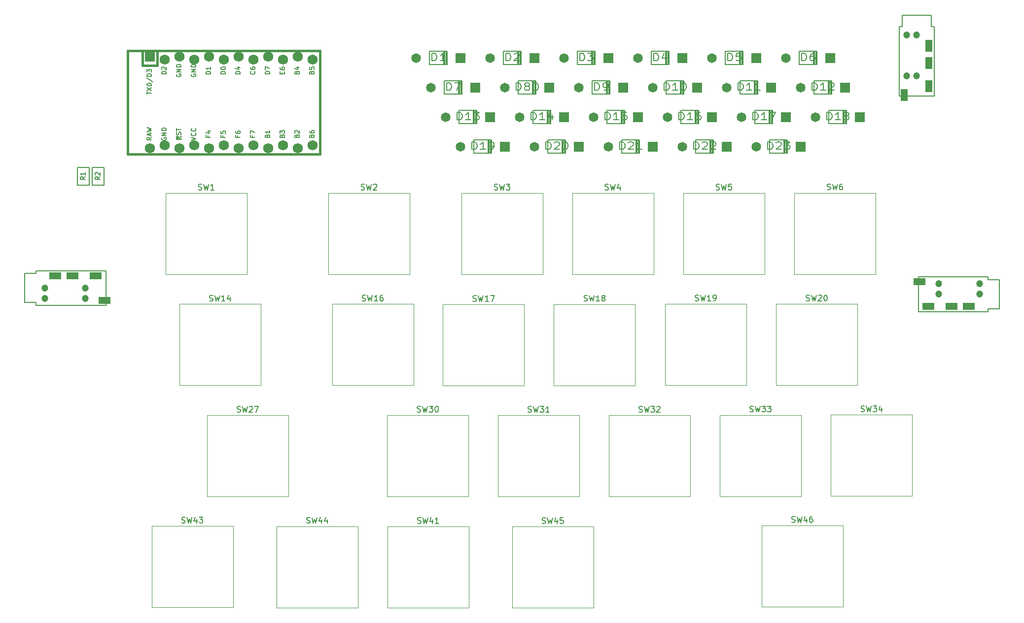
<source format=gbr>
%TF.GenerationSoftware,KiCad,Pcbnew,(7.0.0)*%
%TF.CreationDate,2023-03-07T18:29:21-05:00*%
%TF.ProjectId,LeftTEST,4c656674-5445-4535-942e-6b696361645f,rev?*%
%TF.SameCoordinates,Original*%
%TF.FileFunction,Legend,Top*%
%TF.FilePolarity,Positive*%
%FSLAX46Y46*%
G04 Gerber Fmt 4.6, Leading zero omitted, Abs format (unit mm)*
G04 Created by KiCad (PCBNEW (7.0.0)) date 2023-03-07 18:29:21*
%MOMM*%
%LPD*%
G01*
G04 APERTURE LIST*
%ADD10C,0.150000*%
%ADD11C,0.203200*%
%ADD12C,0.120000*%
%ADD13C,0.381000*%
%ADD14C,1.651000*%
%ADD15R,1.651000X1.651000*%
%ADD16R,1.200000X2.100000*%
%ADD17C,1.200000*%
%ADD18R,2.100000X1.200000*%
%ADD19R,1.752600X1.752600*%
%ADD20C,1.752600*%
G04 APERTURE END LIST*
D10*
%TO.C,SW30*%
X100545821Y-101447543D02*
X100688678Y-101495162D01*
X100688678Y-101495162D02*
X100926773Y-101495162D01*
X100926773Y-101495162D02*
X101022011Y-101447543D01*
X101022011Y-101447543D02*
X101069630Y-101399924D01*
X101069630Y-101399924D02*
X101117249Y-101304686D01*
X101117249Y-101304686D02*
X101117249Y-101209448D01*
X101117249Y-101209448D02*
X101069630Y-101114210D01*
X101069630Y-101114210D02*
X101022011Y-101066591D01*
X101022011Y-101066591D02*
X100926773Y-101018972D01*
X100926773Y-101018972D02*
X100736297Y-100971353D01*
X100736297Y-100971353D02*
X100641059Y-100923734D01*
X100641059Y-100923734D02*
X100593440Y-100876115D01*
X100593440Y-100876115D02*
X100545821Y-100780877D01*
X100545821Y-100780877D02*
X100545821Y-100685639D01*
X100545821Y-100685639D02*
X100593440Y-100590401D01*
X100593440Y-100590401D02*
X100641059Y-100542782D01*
X100641059Y-100542782D02*
X100736297Y-100495162D01*
X100736297Y-100495162D02*
X100974392Y-100495162D01*
X100974392Y-100495162D02*
X101117249Y-100542782D01*
X101450583Y-100495162D02*
X101688678Y-101495162D01*
X101688678Y-101495162D02*
X101879154Y-100780877D01*
X101879154Y-100780877D02*
X102069630Y-101495162D01*
X102069630Y-101495162D02*
X102307726Y-100495162D01*
X102593440Y-100495162D02*
X103212487Y-100495162D01*
X103212487Y-100495162D02*
X102879154Y-100876115D01*
X102879154Y-100876115D02*
X103022011Y-100876115D01*
X103022011Y-100876115D02*
X103117249Y-100923734D01*
X103117249Y-100923734D02*
X103164868Y-100971353D01*
X103164868Y-100971353D02*
X103212487Y-101066591D01*
X103212487Y-101066591D02*
X103212487Y-101304686D01*
X103212487Y-101304686D02*
X103164868Y-101399924D01*
X103164868Y-101399924D02*
X103117249Y-101447543D01*
X103117249Y-101447543D02*
X103022011Y-101495162D01*
X103022011Y-101495162D02*
X102736297Y-101495162D01*
X102736297Y-101495162D02*
X102641059Y-101447543D01*
X102641059Y-101447543D02*
X102593440Y-101399924D01*
X103831535Y-100495162D02*
X103926773Y-100495162D01*
X103926773Y-100495162D02*
X104022011Y-100542782D01*
X104022011Y-100542782D02*
X104069630Y-100590401D01*
X104069630Y-100590401D02*
X104117249Y-100685639D01*
X104117249Y-100685639D02*
X104164868Y-100876115D01*
X104164868Y-100876115D02*
X104164868Y-101114210D01*
X104164868Y-101114210D02*
X104117249Y-101304686D01*
X104117249Y-101304686D02*
X104069630Y-101399924D01*
X104069630Y-101399924D02*
X104022011Y-101447543D01*
X104022011Y-101447543D02*
X103926773Y-101495162D01*
X103926773Y-101495162D02*
X103831535Y-101495162D01*
X103831535Y-101495162D02*
X103736297Y-101447543D01*
X103736297Y-101447543D02*
X103688678Y-101399924D01*
X103688678Y-101399924D02*
X103641059Y-101304686D01*
X103641059Y-101304686D02*
X103593440Y-101114210D01*
X103593440Y-101114210D02*
X103593440Y-100876115D01*
X103593440Y-100876115D02*
X103641059Y-100685639D01*
X103641059Y-100685639D02*
X103688678Y-100590401D01*
X103688678Y-100590401D02*
X103736297Y-100542782D01*
X103736297Y-100542782D02*
X103831535Y-100495162D01*
D11*
%TO.C,D18*%
X170894428Y-51266573D02*
X170894428Y-49996573D01*
X170894428Y-49996573D02*
X171257285Y-49996573D01*
X171257285Y-49996573D02*
X171474999Y-50057050D01*
X171474999Y-50057050D02*
X171620142Y-50178002D01*
X171620142Y-50178002D02*
X171692713Y-50298954D01*
X171692713Y-50298954D02*
X171765285Y-50540859D01*
X171765285Y-50540859D02*
X171765285Y-50722288D01*
X171765285Y-50722288D02*
X171692713Y-50964192D01*
X171692713Y-50964192D02*
X171620142Y-51085145D01*
X171620142Y-51085145D02*
X171474999Y-51206097D01*
X171474999Y-51206097D02*
X171257285Y-51266573D01*
X171257285Y-51266573D02*
X170894428Y-51266573D01*
X173216713Y-51266573D02*
X172345856Y-51266573D01*
X172781285Y-51266573D02*
X172781285Y-49996573D01*
X172781285Y-49996573D02*
X172636142Y-50178002D01*
X172636142Y-50178002D02*
X172490999Y-50298954D01*
X172490999Y-50298954D02*
X172345856Y-50359430D01*
X174087571Y-50540859D02*
X173942428Y-50480383D01*
X173942428Y-50480383D02*
X173869857Y-50419907D01*
X173869857Y-50419907D02*
X173797285Y-50298954D01*
X173797285Y-50298954D02*
X173797285Y-50238478D01*
X173797285Y-50238478D02*
X173869857Y-50117526D01*
X173869857Y-50117526D02*
X173942428Y-50057050D01*
X173942428Y-50057050D02*
X174087571Y-49996573D01*
X174087571Y-49996573D02*
X174377857Y-49996573D01*
X174377857Y-49996573D02*
X174523000Y-50057050D01*
X174523000Y-50057050D02*
X174595571Y-50117526D01*
X174595571Y-50117526D02*
X174668142Y-50238478D01*
X174668142Y-50238478D02*
X174668142Y-50298954D01*
X174668142Y-50298954D02*
X174595571Y-50419907D01*
X174595571Y-50419907D02*
X174523000Y-50480383D01*
X174523000Y-50480383D02*
X174377857Y-50540859D01*
X174377857Y-50540859D02*
X174087571Y-50540859D01*
X174087571Y-50540859D02*
X173942428Y-50601335D01*
X173942428Y-50601335D02*
X173869857Y-50661811D01*
X173869857Y-50661811D02*
X173797285Y-50782764D01*
X173797285Y-50782764D02*
X173797285Y-51024669D01*
X173797285Y-51024669D02*
X173869857Y-51145621D01*
X173869857Y-51145621D02*
X173942428Y-51206097D01*
X173942428Y-51206097D02*
X174087571Y-51266573D01*
X174087571Y-51266573D02*
X174377857Y-51266573D01*
X174377857Y-51266573D02*
X174523000Y-51206097D01*
X174523000Y-51206097D02*
X174595571Y-51145621D01*
X174595571Y-51145621D02*
X174668142Y-51024669D01*
X174668142Y-51024669D02*
X174668142Y-50782764D01*
X174668142Y-50782764D02*
X174595571Y-50661811D01*
X174595571Y-50661811D02*
X174523000Y-50601335D01*
X174523000Y-50601335D02*
X174377857Y-50540859D01*
%TO.C,D14*%
X120094428Y-51266573D02*
X120094428Y-49996573D01*
X120094428Y-49996573D02*
X120457285Y-49996573D01*
X120457285Y-49996573D02*
X120674999Y-50057050D01*
X120674999Y-50057050D02*
X120820142Y-50178002D01*
X120820142Y-50178002D02*
X120892713Y-50298954D01*
X120892713Y-50298954D02*
X120965285Y-50540859D01*
X120965285Y-50540859D02*
X120965285Y-50722288D01*
X120965285Y-50722288D02*
X120892713Y-50964192D01*
X120892713Y-50964192D02*
X120820142Y-51085145D01*
X120820142Y-51085145D02*
X120674999Y-51206097D01*
X120674999Y-51206097D02*
X120457285Y-51266573D01*
X120457285Y-51266573D02*
X120094428Y-51266573D01*
X122416713Y-51266573D02*
X121545856Y-51266573D01*
X121981285Y-51266573D02*
X121981285Y-49996573D01*
X121981285Y-49996573D02*
X121836142Y-50178002D01*
X121836142Y-50178002D02*
X121690999Y-50298954D01*
X121690999Y-50298954D02*
X121545856Y-50359430D01*
X123723000Y-50419907D02*
X123723000Y-51266573D01*
X123360142Y-49936097D02*
X122997285Y-50843240D01*
X122997285Y-50843240D02*
X123940714Y-50843240D01*
D10*
%TO.C,SW32*%
X138613457Y-101473908D02*
X138756314Y-101521527D01*
X138756314Y-101521527D02*
X138994409Y-101521527D01*
X138994409Y-101521527D02*
X139089647Y-101473908D01*
X139089647Y-101473908D02*
X139137266Y-101426289D01*
X139137266Y-101426289D02*
X139184885Y-101331051D01*
X139184885Y-101331051D02*
X139184885Y-101235813D01*
X139184885Y-101235813D02*
X139137266Y-101140575D01*
X139137266Y-101140575D02*
X139089647Y-101092956D01*
X139089647Y-101092956D02*
X138994409Y-101045337D01*
X138994409Y-101045337D02*
X138803933Y-100997718D01*
X138803933Y-100997718D02*
X138708695Y-100950099D01*
X138708695Y-100950099D02*
X138661076Y-100902480D01*
X138661076Y-100902480D02*
X138613457Y-100807242D01*
X138613457Y-100807242D02*
X138613457Y-100712004D01*
X138613457Y-100712004D02*
X138661076Y-100616766D01*
X138661076Y-100616766D02*
X138708695Y-100569147D01*
X138708695Y-100569147D02*
X138803933Y-100521527D01*
X138803933Y-100521527D02*
X139042028Y-100521527D01*
X139042028Y-100521527D02*
X139184885Y-100569147D01*
X139518219Y-100521527D02*
X139756314Y-101521527D01*
X139756314Y-101521527D02*
X139946790Y-100807242D01*
X139946790Y-100807242D02*
X140137266Y-101521527D01*
X140137266Y-101521527D02*
X140375362Y-100521527D01*
X140661076Y-100521527D02*
X141280123Y-100521527D01*
X141280123Y-100521527D02*
X140946790Y-100902480D01*
X140946790Y-100902480D02*
X141089647Y-100902480D01*
X141089647Y-100902480D02*
X141184885Y-100950099D01*
X141184885Y-100950099D02*
X141232504Y-100997718D01*
X141232504Y-100997718D02*
X141280123Y-101092956D01*
X141280123Y-101092956D02*
X141280123Y-101331051D01*
X141280123Y-101331051D02*
X141232504Y-101426289D01*
X141232504Y-101426289D02*
X141184885Y-101473908D01*
X141184885Y-101473908D02*
X141089647Y-101521527D01*
X141089647Y-101521527D02*
X140803933Y-101521527D01*
X140803933Y-101521527D02*
X140708695Y-101473908D01*
X140708695Y-101473908D02*
X140661076Y-101426289D01*
X141661076Y-100616766D02*
X141708695Y-100569147D01*
X141708695Y-100569147D02*
X141803933Y-100521527D01*
X141803933Y-100521527D02*
X142042028Y-100521527D01*
X142042028Y-100521527D02*
X142137266Y-100569147D01*
X142137266Y-100569147D02*
X142184885Y-100616766D01*
X142184885Y-100616766D02*
X142232504Y-100712004D01*
X142232504Y-100712004D02*
X142232504Y-100807242D01*
X142232504Y-100807242D02*
X142184885Y-100950099D01*
X142184885Y-100950099D02*
X141613457Y-101521527D01*
X141613457Y-101521527D02*
X142232504Y-101521527D01*
D11*
%TO.C,D17*%
X158194428Y-51266573D02*
X158194428Y-49996573D01*
X158194428Y-49996573D02*
X158557285Y-49996573D01*
X158557285Y-49996573D02*
X158774999Y-50057050D01*
X158774999Y-50057050D02*
X158920142Y-50178002D01*
X158920142Y-50178002D02*
X158992713Y-50298954D01*
X158992713Y-50298954D02*
X159065285Y-50540859D01*
X159065285Y-50540859D02*
X159065285Y-50722288D01*
X159065285Y-50722288D02*
X158992713Y-50964192D01*
X158992713Y-50964192D02*
X158920142Y-51085145D01*
X158920142Y-51085145D02*
X158774999Y-51206097D01*
X158774999Y-51206097D02*
X158557285Y-51266573D01*
X158557285Y-51266573D02*
X158194428Y-51266573D01*
X160516713Y-51266573D02*
X159645856Y-51266573D01*
X160081285Y-51266573D02*
X160081285Y-49996573D01*
X160081285Y-49996573D02*
X159936142Y-50178002D01*
X159936142Y-50178002D02*
X159790999Y-50298954D01*
X159790999Y-50298954D02*
X159645856Y-50359430D01*
X161024714Y-49996573D02*
X162040714Y-49996573D01*
X162040714Y-49996573D02*
X161387571Y-51266573D01*
%TO.C,D5*%
X153840143Y-41106573D02*
X153840143Y-39836573D01*
X153840143Y-39836573D02*
X154203000Y-39836573D01*
X154203000Y-39836573D02*
X154420714Y-39897050D01*
X154420714Y-39897050D02*
X154565857Y-40018002D01*
X154565857Y-40018002D02*
X154638428Y-40138954D01*
X154638428Y-40138954D02*
X154711000Y-40380859D01*
X154711000Y-40380859D02*
X154711000Y-40562288D01*
X154711000Y-40562288D02*
X154638428Y-40804192D01*
X154638428Y-40804192D02*
X154565857Y-40925145D01*
X154565857Y-40925145D02*
X154420714Y-41046097D01*
X154420714Y-41046097D02*
X154203000Y-41106573D01*
X154203000Y-41106573D02*
X153840143Y-41106573D01*
X156089857Y-39836573D02*
X155364143Y-39836573D01*
X155364143Y-39836573D02*
X155291571Y-40441335D01*
X155291571Y-40441335D02*
X155364143Y-40380859D01*
X155364143Y-40380859D02*
X155509286Y-40320383D01*
X155509286Y-40320383D02*
X155872143Y-40320383D01*
X155872143Y-40320383D02*
X156017286Y-40380859D01*
X156017286Y-40380859D02*
X156089857Y-40441335D01*
X156089857Y-40441335D02*
X156162428Y-40562288D01*
X156162428Y-40562288D02*
X156162428Y-40864669D01*
X156162428Y-40864669D02*
X156089857Y-40985621D01*
X156089857Y-40985621D02*
X156017286Y-41046097D01*
X156017286Y-41046097D02*
X155872143Y-41106573D01*
X155872143Y-41106573D02*
X155509286Y-41106573D01*
X155509286Y-41106573D02*
X155364143Y-41046097D01*
X155364143Y-41046097D02*
X155291571Y-40985621D01*
D10*
%TO.C,SW14*%
X64857530Y-82377469D02*
X65000387Y-82425088D01*
X65000387Y-82425088D02*
X65238482Y-82425088D01*
X65238482Y-82425088D02*
X65333720Y-82377469D01*
X65333720Y-82377469D02*
X65381339Y-82329850D01*
X65381339Y-82329850D02*
X65428958Y-82234612D01*
X65428958Y-82234612D02*
X65428958Y-82139374D01*
X65428958Y-82139374D02*
X65381339Y-82044136D01*
X65381339Y-82044136D02*
X65333720Y-81996517D01*
X65333720Y-81996517D02*
X65238482Y-81948898D01*
X65238482Y-81948898D02*
X65048006Y-81901279D01*
X65048006Y-81901279D02*
X64952768Y-81853660D01*
X64952768Y-81853660D02*
X64905149Y-81806041D01*
X64905149Y-81806041D02*
X64857530Y-81710803D01*
X64857530Y-81710803D02*
X64857530Y-81615565D01*
X64857530Y-81615565D02*
X64905149Y-81520327D01*
X64905149Y-81520327D02*
X64952768Y-81472708D01*
X64952768Y-81472708D02*
X65048006Y-81425088D01*
X65048006Y-81425088D02*
X65286101Y-81425088D01*
X65286101Y-81425088D02*
X65428958Y-81472708D01*
X65762292Y-81425088D02*
X66000387Y-82425088D01*
X66000387Y-82425088D02*
X66190863Y-81710803D01*
X66190863Y-81710803D02*
X66381339Y-82425088D01*
X66381339Y-82425088D02*
X66619435Y-81425088D01*
X67524196Y-82425088D02*
X66952768Y-82425088D01*
X67238482Y-82425088D02*
X67238482Y-81425088D01*
X67238482Y-81425088D02*
X67143244Y-81567946D01*
X67143244Y-81567946D02*
X67048006Y-81663184D01*
X67048006Y-81663184D02*
X66952768Y-81710803D01*
X68381339Y-81758422D02*
X68381339Y-82425088D01*
X68143244Y-81377469D02*
X67905149Y-82091755D01*
X67905149Y-82091755D02*
X68524196Y-82091755D01*
%TO.C,SW34*%
X176758403Y-101389980D02*
X176901260Y-101437599D01*
X176901260Y-101437599D02*
X177139355Y-101437599D01*
X177139355Y-101437599D02*
X177234593Y-101389980D01*
X177234593Y-101389980D02*
X177282212Y-101342361D01*
X177282212Y-101342361D02*
X177329831Y-101247123D01*
X177329831Y-101247123D02*
X177329831Y-101151885D01*
X177329831Y-101151885D02*
X177282212Y-101056647D01*
X177282212Y-101056647D02*
X177234593Y-101009028D01*
X177234593Y-101009028D02*
X177139355Y-100961409D01*
X177139355Y-100961409D02*
X176948879Y-100913790D01*
X176948879Y-100913790D02*
X176853641Y-100866171D01*
X176853641Y-100866171D02*
X176806022Y-100818552D01*
X176806022Y-100818552D02*
X176758403Y-100723314D01*
X176758403Y-100723314D02*
X176758403Y-100628076D01*
X176758403Y-100628076D02*
X176806022Y-100532838D01*
X176806022Y-100532838D02*
X176853641Y-100485219D01*
X176853641Y-100485219D02*
X176948879Y-100437599D01*
X176948879Y-100437599D02*
X177186974Y-100437599D01*
X177186974Y-100437599D02*
X177329831Y-100485219D01*
X177663165Y-100437599D02*
X177901260Y-101437599D01*
X177901260Y-101437599D02*
X178091736Y-100723314D01*
X178091736Y-100723314D02*
X178282212Y-101437599D01*
X178282212Y-101437599D02*
X178520308Y-100437599D01*
X178806022Y-100437599D02*
X179425069Y-100437599D01*
X179425069Y-100437599D02*
X179091736Y-100818552D01*
X179091736Y-100818552D02*
X179234593Y-100818552D01*
X179234593Y-100818552D02*
X179329831Y-100866171D01*
X179329831Y-100866171D02*
X179377450Y-100913790D01*
X179377450Y-100913790D02*
X179425069Y-101009028D01*
X179425069Y-101009028D02*
X179425069Y-101247123D01*
X179425069Y-101247123D02*
X179377450Y-101342361D01*
X179377450Y-101342361D02*
X179329831Y-101389980D01*
X179329831Y-101389980D02*
X179234593Y-101437599D01*
X179234593Y-101437599D02*
X178948879Y-101437599D01*
X178948879Y-101437599D02*
X178853641Y-101389980D01*
X178853641Y-101389980D02*
X178806022Y-101342361D01*
X180282212Y-100770933D02*
X180282212Y-101437599D01*
X180044117Y-100389980D02*
X179806022Y-101104266D01*
X179806022Y-101104266D02*
X180425069Y-101104266D01*
%TO.C,SW4*%
X132801685Y-63264849D02*
X132944542Y-63312468D01*
X132944542Y-63312468D02*
X133182637Y-63312468D01*
X133182637Y-63312468D02*
X133277875Y-63264849D01*
X133277875Y-63264849D02*
X133325494Y-63217230D01*
X133325494Y-63217230D02*
X133373113Y-63121992D01*
X133373113Y-63121992D02*
X133373113Y-63026754D01*
X133373113Y-63026754D02*
X133325494Y-62931516D01*
X133325494Y-62931516D02*
X133277875Y-62883897D01*
X133277875Y-62883897D02*
X133182637Y-62836278D01*
X133182637Y-62836278D02*
X132992161Y-62788659D01*
X132992161Y-62788659D02*
X132896923Y-62741040D01*
X132896923Y-62741040D02*
X132849304Y-62693421D01*
X132849304Y-62693421D02*
X132801685Y-62598183D01*
X132801685Y-62598183D02*
X132801685Y-62502945D01*
X132801685Y-62502945D02*
X132849304Y-62407707D01*
X132849304Y-62407707D02*
X132896923Y-62360088D01*
X132896923Y-62360088D02*
X132992161Y-62312468D01*
X132992161Y-62312468D02*
X133230256Y-62312468D01*
X133230256Y-62312468D02*
X133373113Y-62360088D01*
X133706447Y-62312468D02*
X133944542Y-63312468D01*
X133944542Y-63312468D02*
X134135018Y-62598183D01*
X134135018Y-62598183D02*
X134325494Y-63312468D01*
X134325494Y-63312468D02*
X134563590Y-62312468D01*
X135373113Y-62645802D02*
X135373113Y-63312468D01*
X135135018Y-62264849D02*
X134896923Y-62979135D01*
X134896923Y-62979135D02*
X135515970Y-62979135D01*
D11*
%TO.C,D16*%
X145494428Y-51266573D02*
X145494428Y-49996573D01*
X145494428Y-49996573D02*
X145857285Y-49996573D01*
X145857285Y-49996573D02*
X146074999Y-50057050D01*
X146074999Y-50057050D02*
X146220142Y-50178002D01*
X146220142Y-50178002D02*
X146292713Y-50298954D01*
X146292713Y-50298954D02*
X146365285Y-50540859D01*
X146365285Y-50540859D02*
X146365285Y-50722288D01*
X146365285Y-50722288D02*
X146292713Y-50964192D01*
X146292713Y-50964192D02*
X146220142Y-51085145D01*
X146220142Y-51085145D02*
X146074999Y-51206097D01*
X146074999Y-51206097D02*
X145857285Y-51266573D01*
X145857285Y-51266573D02*
X145494428Y-51266573D01*
X147816713Y-51266573D02*
X146945856Y-51266573D01*
X147381285Y-51266573D02*
X147381285Y-49996573D01*
X147381285Y-49996573D02*
X147236142Y-50178002D01*
X147236142Y-50178002D02*
X147090999Y-50298954D01*
X147090999Y-50298954D02*
X146945856Y-50359430D01*
X149123000Y-49996573D02*
X148832714Y-49996573D01*
X148832714Y-49996573D02*
X148687571Y-50057050D01*
X148687571Y-50057050D02*
X148615000Y-50117526D01*
X148615000Y-50117526D02*
X148469857Y-50298954D01*
X148469857Y-50298954D02*
X148397285Y-50540859D01*
X148397285Y-50540859D02*
X148397285Y-51024669D01*
X148397285Y-51024669D02*
X148469857Y-51145621D01*
X148469857Y-51145621D02*
X148542428Y-51206097D01*
X148542428Y-51206097D02*
X148687571Y-51266573D01*
X148687571Y-51266573D02*
X148977857Y-51266573D01*
X148977857Y-51266573D02*
X149123000Y-51206097D01*
X149123000Y-51206097D02*
X149195571Y-51145621D01*
X149195571Y-51145621D02*
X149268142Y-51024669D01*
X149268142Y-51024669D02*
X149268142Y-50722288D01*
X149268142Y-50722288D02*
X149195571Y-50601335D01*
X149195571Y-50601335D02*
X149123000Y-50540859D01*
X149123000Y-50540859D02*
X148977857Y-50480383D01*
X148977857Y-50480383D02*
X148687571Y-50480383D01*
X148687571Y-50480383D02*
X148542428Y-50540859D01*
X148542428Y-50540859D02*
X148469857Y-50601335D01*
X148469857Y-50601335D02*
X148397285Y-50722288D01*
D10*
%TO.C,SW27*%
X69599712Y-101465397D02*
X69742569Y-101513016D01*
X69742569Y-101513016D02*
X69980664Y-101513016D01*
X69980664Y-101513016D02*
X70075902Y-101465397D01*
X70075902Y-101465397D02*
X70123521Y-101417778D01*
X70123521Y-101417778D02*
X70171140Y-101322540D01*
X70171140Y-101322540D02*
X70171140Y-101227302D01*
X70171140Y-101227302D02*
X70123521Y-101132064D01*
X70123521Y-101132064D02*
X70075902Y-101084445D01*
X70075902Y-101084445D02*
X69980664Y-101036826D01*
X69980664Y-101036826D02*
X69790188Y-100989207D01*
X69790188Y-100989207D02*
X69694950Y-100941588D01*
X69694950Y-100941588D02*
X69647331Y-100893969D01*
X69647331Y-100893969D02*
X69599712Y-100798731D01*
X69599712Y-100798731D02*
X69599712Y-100703493D01*
X69599712Y-100703493D02*
X69647331Y-100608255D01*
X69647331Y-100608255D02*
X69694950Y-100560636D01*
X69694950Y-100560636D02*
X69790188Y-100513016D01*
X69790188Y-100513016D02*
X70028283Y-100513016D01*
X70028283Y-100513016D02*
X70171140Y-100560636D01*
X70504474Y-100513016D02*
X70742569Y-101513016D01*
X70742569Y-101513016D02*
X70933045Y-100798731D01*
X70933045Y-100798731D02*
X71123521Y-101513016D01*
X71123521Y-101513016D02*
X71361617Y-100513016D01*
X71694950Y-100608255D02*
X71742569Y-100560636D01*
X71742569Y-100560636D02*
X71837807Y-100513016D01*
X71837807Y-100513016D02*
X72075902Y-100513016D01*
X72075902Y-100513016D02*
X72171140Y-100560636D01*
X72171140Y-100560636D02*
X72218759Y-100608255D01*
X72218759Y-100608255D02*
X72266378Y-100703493D01*
X72266378Y-100703493D02*
X72266378Y-100798731D01*
X72266378Y-100798731D02*
X72218759Y-100941588D01*
X72218759Y-100941588D02*
X71647331Y-101513016D01*
X71647331Y-101513016D02*
X72266378Y-101513016D01*
X72599712Y-100513016D02*
X73266378Y-100513016D01*
X73266378Y-100513016D02*
X72837807Y-101513016D01*
D11*
%TO.C,D21*%
X135334428Y-56346573D02*
X135334428Y-55076573D01*
X135334428Y-55076573D02*
X135697285Y-55076573D01*
X135697285Y-55076573D02*
X135914999Y-55137050D01*
X135914999Y-55137050D02*
X136060142Y-55258002D01*
X136060142Y-55258002D02*
X136132713Y-55378954D01*
X136132713Y-55378954D02*
X136205285Y-55620859D01*
X136205285Y-55620859D02*
X136205285Y-55802288D01*
X136205285Y-55802288D02*
X136132713Y-56044192D01*
X136132713Y-56044192D02*
X136060142Y-56165145D01*
X136060142Y-56165145D02*
X135914999Y-56286097D01*
X135914999Y-56286097D02*
X135697285Y-56346573D01*
X135697285Y-56346573D02*
X135334428Y-56346573D01*
X136785856Y-55197526D02*
X136858428Y-55137050D01*
X136858428Y-55137050D02*
X137003571Y-55076573D01*
X137003571Y-55076573D02*
X137366428Y-55076573D01*
X137366428Y-55076573D02*
X137511571Y-55137050D01*
X137511571Y-55137050D02*
X137584142Y-55197526D01*
X137584142Y-55197526D02*
X137656713Y-55318478D01*
X137656713Y-55318478D02*
X137656713Y-55439430D01*
X137656713Y-55439430D02*
X137584142Y-55620859D01*
X137584142Y-55620859D02*
X136713285Y-56346573D01*
X136713285Y-56346573D02*
X137656713Y-56346573D01*
X139108142Y-56346573D02*
X138237285Y-56346573D01*
X138672714Y-56346573D02*
X138672714Y-55076573D01*
X138672714Y-55076573D02*
X138527571Y-55258002D01*
X138527571Y-55258002D02*
X138382428Y-55378954D01*
X138382428Y-55378954D02*
X138237285Y-55439430D01*
D10*
%TO.C,*%
D11*
%TO.C,D23*%
X160734428Y-56346573D02*
X160734428Y-55076573D01*
X160734428Y-55076573D02*
X161097285Y-55076573D01*
X161097285Y-55076573D02*
X161314999Y-55137050D01*
X161314999Y-55137050D02*
X161460142Y-55258002D01*
X161460142Y-55258002D02*
X161532713Y-55378954D01*
X161532713Y-55378954D02*
X161605285Y-55620859D01*
X161605285Y-55620859D02*
X161605285Y-55802288D01*
X161605285Y-55802288D02*
X161532713Y-56044192D01*
X161532713Y-56044192D02*
X161460142Y-56165145D01*
X161460142Y-56165145D02*
X161314999Y-56286097D01*
X161314999Y-56286097D02*
X161097285Y-56346573D01*
X161097285Y-56346573D02*
X160734428Y-56346573D01*
X162185856Y-55197526D02*
X162258428Y-55137050D01*
X162258428Y-55137050D02*
X162403571Y-55076573D01*
X162403571Y-55076573D02*
X162766428Y-55076573D01*
X162766428Y-55076573D02*
X162911571Y-55137050D01*
X162911571Y-55137050D02*
X162984142Y-55197526D01*
X162984142Y-55197526D02*
X163056713Y-55318478D01*
X163056713Y-55318478D02*
X163056713Y-55439430D01*
X163056713Y-55439430D02*
X162984142Y-55620859D01*
X162984142Y-55620859D02*
X162113285Y-56346573D01*
X162113285Y-56346573D02*
X163056713Y-56346573D01*
X163564714Y-55076573D02*
X164508142Y-55076573D01*
X164508142Y-55076573D02*
X164000142Y-55560383D01*
X164000142Y-55560383D02*
X164217857Y-55560383D01*
X164217857Y-55560383D02*
X164363000Y-55620859D01*
X164363000Y-55620859D02*
X164435571Y-55681335D01*
X164435571Y-55681335D02*
X164508142Y-55802288D01*
X164508142Y-55802288D02*
X164508142Y-56104669D01*
X164508142Y-56104669D02*
X164435571Y-56225621D01*
X164435571Y-56225621D02*
X164363000Y-56286097D01*
X164363000Y-56286097D02*
X164217857Y-56346573D01*
X164217857Y-56346573D02*
X163782428Y-56346573D01*
X163782428Y-56346573D02*
X163637285Y-56286097D01*
X163637285Y-56286097D02*
X163564714Y-56225621D01*
D10*
%TO.C,SW6*%
X170940049Y-63245034D02*
X171082906Y-63292653D01*
X171082906Y-63292653D02*
X171321001Y-63292653D01*
X171321001Y-63292653D02*
X171416239Y-63245034D01*
X171416239Y-63245034D02*
X171463858Y-63197415D01*
X171463858Y-63197415D02*
X171511477Y-63102177D01*
X171511477Y-63102177D02*
X171511477Y-63006939D01*
X171511477Y-63006939D02*
X171463858Y-62911701D01*
X171463858Y-62911701D02*
X171416239Y-62864082D01*
X171416239Y-62864082D02*
X171321001Y-62816463D01*
X171321001Y-62816463D02*
X171130525Y-62768844D01*
X171130525Y-62768844D02*
X171035287Y-62721225D01*
X171035287Y-62721225D02*
X170987668Y-62673606D01*
X170987668Y-62673606D02*
X170940049Y-62578368D01*
X170940049Y-62578368D02*
X170940049Y-62483130D01*
X170940049Y-62483130D02*
X170987668Y-62387892D01*
X170987668Y-62387892D02*
X171035287Y-62340273D01*
X171035287Y-62340273D02*
X171130525Y-62292653D01*
X171130525Y-62292653D02*
X171368620Y-62292653D01*
X171368620Y-62292653D02*
X171511477Y-62340273D01*
X171844811Y-62292653D02*
X172082906Y-63292653D01*
X172082906Y-63292653D02*
X172273382Y-62578368D01*
X172273382Y-62578368D02*
X172463858Y-63292653D01*
X172463858Y-63292653D02*
X172701954Y-62292653D01*
X173511477Y-62292653D02*
X173321001Y-62292653D01*
X173321001Y-62292653D02*
X173225763Y-62340273D01*
X173225763Y-62340273D02*
X173178144Y-62387892D01*
X173178144Y-62387892D02*
X173082906Y-62530749D01*
X173082906Y-62530749D02*
X173035287Y-62721225D01*
X173035287Y-62721225D02*
X173035287Y-63102177D01*
X173035287Y-63102177D02*
X173082906Y-63197415D01*
X173082906Y-63197415D02*
X173130525Y-63245034D01*
X173130525Y-63245034D02*
X173225763Y-63292653D01*
X173225763Y-63292653D02*
X173416239Y-63292653D01*
X173416239Y-63292653D02*
X173511477Y-63245034D01*
X173511477Y-63245034D02*
X173559096Y-63197415D01*
X173559096Y-63197415D02*
X173606715Y-63102177D01*
X173606715Y-63102177D02*
X173606715Y-62864082D01*
X173606715Y-62864082D02*
X173559096Y-62768844D01*
X173559096Y-62768844D02*
X173511477Y-62721225D01*
X173511477Y-62721225D02*
X173416239Y-62673606D01*
X173416239Y-62673606D02*
X173225763Y-62673606D01*
X173225763Y-62673606D02*
X173130525Y-62721225D01*
X173130525Y-62721225D02*
X173082906Y-62768844D01*
X173082906Y-62768844D02*
X173035287Y-62864082D01*
D11*
%TO.C,D15*%
X132794428Y-51266573D02*
X132794428Y-49996573D01*
X132794428Y-49996573D02*
X133157285Y-49996573D01*
X133157285Y-49996573D02*
X133374999Y-50057050D01*
X133374999Y-50057050D02*
X133520142Y-50178002D01*
X133520142Y-50178002D02*
X133592713Y-50298954D01*
X133592713Y-50298954D02*
X133665285Y-50540859D01*
X133665285Y-50540859D02*
X133665285Y-50722288D01*
X133665285Y-50722288D02*
X133592713Y-50964192D01*
X133592713Y-50964192D02*
X133520142Y-51085145D01*
X133520142Y-51085145D02*
X133374999Y-51206097D01*
X133374999Y-51206097D02*
X133157285Y-51266573D01*
X133157285Y-51266573D02*
X132794428Y-51266573D01*
X135116713Y-51266573D02*
X134245856Y-51266573D01*
X134681285Y-51266573D02*
X134681285Y-49996573D01*
X134681285Y-49996573D02*
X134536142Y-50178002D01*
X134536142Y-50178002D02*
X134390999Y-50298954D01*
X134390999Y-50298954D02*
X134245856Y-50359430D01*
X136495571Y-49996573D02*
X135769857Y-49996573D01*
X135769857Y-49996573D02*
X135697285Y-50601335D01*
X135697285Y-50601335D02*
X135769857Y-50540859D01*
X135769857Y-50540859D02*
X135915000Y-50480383D01*
X135915000Y-50480383D02*
X136277857Y-50480383D01*
X136277857Y-50480383D02*
X136423000Y-50540859D01*
X136423000Y-50540859D02*
X136495571Y-50601335D01*
X136495571Y-50601335D02*
X136568142Y-50722288D01*
X136568142Y-50722288D02*
X136568142Y-51024669D01*
X136568142Y-51024669D02*
X136495571Y-51145621D01*
X136495571Y-51145621D02*
X136423000Y-51206097D01*
X136423000Y-51206097D02*
X136277857Y-51266573D01*
X136277857Y-51266573D02*
X135915000Y-51266573D01*
X135915000Y-51266573D02*
X135769857Y-51206097D01*
X135769857Y-51206097D02*
X135697285Y-51145621D01*
D10*
%TO.C,SW33*%
X157662548Y-101431944D02*
X157805405Y-101479563D01*
X157805405Y-101479563D02*
X158043500Y-101479563D01*
X158043500Y-101479563D02*
X158138738Y-101431944D01*
X158138738Y-101431944D02*
X158186357Y-101384325D01*
X158186357Y-101384325D02*
X158233976Y-101289087D01*
X158233976Y-101289087D02*
X158233976Y-101193849D01*
X158233976Y-101193849D02*
X158186357Y-101098611D01*
X158186357Y-101098611D02*
X158138738Y-101050992D01*
X158138738Y-101050992D02*
X158043500Y-101003373D01*
X158043500Y-101003373D02*
X157853024Y-100955754D01*
X157853024Y-100955754D02*
X157757786Y-100908135D01*
X157757786Y-100908135D02*
X157710167Y-100860516D01*
X157710167Y-100860516D02*
X157662548Y-100765278D01*
X157662548Y-100765278D02*
X157662548Y-100670040D01*
X157662548Y-100670040D02*
X157710167Y-100574802D01*
X157710167Y-100574802D02*
X157757786Y-100527183D01*
X157757786Y-100527183D02*
X157853024Y-100479563D01*
X157853024Y-100479563D02*
X158091119Y-100479563D01*
X158091119Y-100479563D02*
X158233976Y-100527183D01*
X158567310Y-100479563D02*
X158805405Y-101479563D01*
X158805405Y-101479563D02*
X158995881Y-100765278D01*
X158995881Y-100765278D02*
X159186357Y-101479563D01*
X159186357Y-101479563D02*
X159424453Y-100479563D01*
X159710167Y-100479563D02*
X160329214Y-100479563D01*
X160329214Y-100479563D02*
X159995881Y-100860516D01*
X159995881Y-100860516D02*
X160138738Y-100860516D01*
X160138738Y-100860516D02*
X160233976Y-100908135D01*
X160233976Y-100908135D02*
X160281595Y-100955754D01*
X160281595Y-100955754D02*
X160329214Y-101050992D01*
X160329214Y-101050992D02*
X160329214Y-101289087D01*
X160329214Y-101289087D02*
X160281595Y-101384325D01*
X160281595Y-101384325D02*
X160233976Y-101431944D01*
X160233976Y-101431944D02*
X160138738Y-101479563D01*
X160138738Y-101479563D02*
X159853024Y-101479563D01*
X159853024Y-101479563D02*
X159757786Y-101431944D01*
X159757786Y-101431944D02*
X159710167Y-101384325D01*
X160662548Y-100479563D02*
X161281595Y-100479563D01*
X161281595Y-100479563D02*
X160948262Y-100860516D01*
X160948262Y-100860516D02*
X161091119Y-100860516D01*
X161091119Y-100860516D02*
X161186357Y-100908135D01*
X161186357Y-100908135D02*
X161233976Y-100955754D01*
X161233976Y-100955754D02*
X161281595Y-101050992D01*
X161281595Y-101050992D02*
X161281595Y-101289087D01*
X161281595Y-101289087D02*
X161233976Y-101384325D01*
X161233976Y-101384325D02*
X161186357Y-101431944D01*
X161186357Y-101431944D02*
X161091119Y-101479563D01*
X161091119Y-101479563D02*
X160805405Y-101479563D01*
X160805405Y-101479563D02*
X160710167Y-101431944D01*
X160710167Y-101431944D02*
X160662548Y-101384325D01*
%TO.C,SW17*%
X110113530Y-82422450D02*
X110256387Y-82470069D01*
X110256387Y-82470069D02*
X110494482Y-82470069D01*
X110494482Y-82470069D02*
X110589720Y-82422450D01*
X110589720Y-82422450D02*
X110637339Y-82374831D01*
X110637339Y-82374831D02*
X110684958Y-82279593D01*
X110684958Y-82279593D02*
X110684958Y-82184355D01*
X110684958Y-82184355D02*
X110637339Y-82089117D01*
X110637339Y-82089117D02*
X110589720Y-82041498D01*
X110589720Y-82041498D02*
X110494482Y-81993879D01*
X110494482Y-81993879D02*
X110304006Y-81946260D01*
X110304006Y-81946260D02*
X110208768Y-81898641D01*
X110208768Y-81898641D02*
X110161149Y-81851022D01*
X110161149Y-81851022D02*
X110113530Y-81755784D01*
X110113530Y-81755784D02*
X110113530Y-81660546D01*
X110113530Y-81660546D02*
X110161149Y-81565308D01*
X110161149Y-81565308D02*
X110208768Y-81517689D01*
X110208768Y-81517689D02*
X110304006Y-81470069D01*
X110304006Y-81470069D02*
X110542101Y-81470069D01*
X110542101Y-81470069D02*
X110684958Y-81517689D01*
X111018292Y-81470069D02*
X111256387Y-82470069D01*
X111256387Y-82470069D02*
X111446863Y-81755784D01*
X111446863Y-81755784D02*
X111637339Y-82470069D01*
X111637339Y-82470069D02*
X111875435Y-81470069D01*
X112780196Y-82470069D02*
X112208768Y-82470069D01*
X112494482Y-82470069D02*
X112494482Y-81470069D01*
X112494482Y-81470069D02*
X112399244Y-81612927D01*
X112399244Y-81612927D02*
X112304006Y-81708165D01*
X112304006Y-81708165D02*
X112208768Y-81755784D01*
X113113530Y-81470069D02*
X113780196Y-81470069D01*
X113780196Y-81470069D02*
X113351625Y-82470069D01*
%TO.C,SW2*%
X90906667Y-63265761D02*
X91049524Y-63313380D01*
X91049524Y-63313380D02*
X91287619Y-63313380D01*
X91287619Y-63313380D02*
X91382857Y-63265761D01*
X91382857Y-63265761D02*
X91430476Y-63218142D01*
X91430476Y-63218142D02*
X91478095Y-63122904D01*
X91478095Y-63122904D02*
X91478095Y-63027666D01*
X91478095Y-63027666D02*
X91430476Y-62932428D01*
X91430476Y-62932428D02*
X91382857Y-62884809D01*
X91382857Y-62884809D02*
X91287619Y-62837190D01*
X91287619Y-62837190D02*
X91097143Y-62789571D01*
X91097143Y-62789571D02*
X91001905Y-62741952D01*
X91001905Y-62741952D02*
X90954286Y-62694333D01*
X90954286Y-62694333D02*
X90906667Y-62599095D01*
X90906667Y-62599095D02*
X90906667Y-62503857D01*
X90906667Y-62503857D02*
X90954286Y-62408619D01*
X90954286Y-62408619D02*
X91001905Y-62361000D01*
X91001905Y-62361000D02*
X91097143Y-62313380D01*
X91097143Y-62313380D02*
X91335238Y-62313380D01*
X91335238Y-62313380D02*
X91478095Y-62361000D01*
X91811429Y-62313380D02*
X92049524Y-63313380D01*
X92049524Y-63313380D02*
X92240000Y-62599095D01*
X92240000Y-62599095D02*
X92430476Y-63313380D01*
X92430476Y-63313380D02*
X92668572Y-62313380D01*
X93001905Y-62408619D02*
X93049524Y-62361000D01*
X93049524Y-62361000D02*
X93144762Y-62313380D01*
X93144762Y-62313380D02*
X93382857Y-62313380D01*
X93382857Y-62313380D02*
X93478095Y-62361000D01*
X93478095Y-62361000D02*
X93525714Y-62408619D01*
X93525714Y-62408619D02*
X93573333Y-62503857D01*
X93573333Y-62503857D02*
X93573333Y-62599095D01*
X93573333Y-62599095D02*
X93525714Y-62741952D01*
X93525714Y-62741952D02*
X92954286Y-63313380D01*
X92954286Y-63313380D02*
X93573333Y-63313380D01*
%TO.C,SW1*%
X62966667Y-63265761D02*
X63109524Y-63313380D01*
X63109524Y-63313380D02*
X63347619Y-63313380D01*
X63347619Y-63313380D02*
X63442857Y-63265761D01*
X63442857Y-63265761D02*
X63490476Y-63218142D01*
X63490476Y-63218142D02*
X63538095Y-63122904D01*
X63538095Y-63122904D02*
X63538095Y-63027666D01*
X63538095Y-63027666D02*
X63490476Y-62932428D01*
X63490476Y-62932428D02*
X63442857Y-62884809D01*
X63442857Y-62884809D02*
X63347619Y-62837190D01*
X63347619Y-62837190D02*
X63157143Y-62789571D01*
X63157143Y-62789571D02*
X63061905Y-62741952D01*
X63061905Y-62741952D02*
X63014286Y-62694333D01*
X63014286Y-62694333D02*
X62966667Y-62599095D01*
X62966667Y-62599095D02*
X62966667Y-62503857D01*
X62966667Y-62503857D02*
X63014286Y-62408619D01*
X63014286Y-62408619D02*
X63061905Y-62361000D01*
X63061905Y-62361000D02*
X63157143Y-62313380D01*
X63157143Y-62313380D02*
X63395238Y-62313380D01*
X63395238Y-62313380D02*
X63538095Y-62361000D01*
X63871429Y-62313380D02*
X64109524Y-63313380D01*
X64109524Y-63313380D02*
X64300000Y-62599095D01*
X64300000Y-62599095D02*
X64490476Y-63313380D01*
X64490476Y-63313380D02*
X64728572Y-62313380D01*
X65633333Y-63313380D02*
X65061905Y-63313380D01*
X65347619Y-63313380D02*
X65347619Y-62313380D01*
X65347619Y-62313380D02*
X65252381Y-62456238D01*
X65252381Y-62456238D02*
X65157143Y-62551476D01*
X65157143Y-62551476D02*
X65061905Y-62599095D01*
D11*
%TO.C,D4*%
X141140143Y-41106573D02*
X141140143Y-39836573D01*
X141140143Y-39836573D02*
X141503000Y-39836573D01*
X141503000Y-39836573D02*
X141720714Y-39897050D01*
X141720714Y-39897050D02*
X141865857Y-40018002D01*
X141865857Y-40018002D02*
X141938428Y-40138954D01*
X141938428Y-40138954D02*
X142011000Y-40380859D01*
X142011000Y-40380859D02*
X142011000Y-40562288D01*
X142011000Y-40562288D02*
X141938428Y-40804192D01*
X141938428Y-40804192D02*
X141865857Y-40925145D01*
X141865857Y-40925145D02*
X141720714Y-41046097D01*
X141720714Y-41046097D02*
X141503000Y-41106573D01*
X141503000Y-41106573D02*
X141140143Y-41106573D01*
X143317286Y-40259907D02*
X143317286Y-41106573D01*
X142954428Y-39776097D02*
X142591571Y-40683240D01*
X142591571Y-40683240D02*
X143535000Y-40683240D01*
D10*
%TO.C,SW45*%
X121995823Y-120619542D02*
X122138680Y-120667161D01*
X122138680Y-120667161D02*
X122376775Y-120667161D01*
X122376775Y-120667161D02*
X122472013Y-120619542D01*
X122472013Y-120619542D02*
X122519632Y-120571923D01*
X122519632Y-120571923D02*
X122567251Y-120476685D01*
X122567251Y-120476685D02*
X122567251Y-120381447D01*
X122567251Y-120381447D02*
X122519632Y-120286209D01*
X122519632Y-120286209D02*
X122472013Y-120238590D01*
X122472013Y-120238590D02*
X122376775Y-120190971D01*
X122376775Y-120190971D02*
X122186299Y-120143352D01*
X122186299Y-120143352D02*
X122091061Y-120095733D01*
X122091061Y-120095733D02*
X122043442Y-120048114D01*
X122043442Y-120048114D02*
X121995823Y-119952876D01*
X121995823Y-119952876D02*
X121995823Y-119857638D01*
X121995823Y-119857638D02*
X122043442Y-119762400D01*
X122043442Y-119762400D02*
X122091061Y-119714781D01*
X122091061Y-119714781D02*
X122186299Y-119667161D01*
X122186299Y-119667161D02*
X122424394Y-119667161D01*
X122424394Y-119667161D02*
X122567251Y-119714781D01*
X122900585Y-119667161D02*
X123138680Y-120667161D01*
X123138680Y-120667161D02*
X123329156Y-119952876D01*
X123329156Y-119952876D02*
X123519632Y-120667161D01*
X123519632Y-120667161D02*
X123757728Y-119667161D01*
X124567251Y-120000495D02*
X124567251Y-120667161D01*
X124329156Y-119619542D02*
X124091061Y-120333828D01*
X124091061Y-120333828D02*
X124710108Y-120333828D01*
X125567251Y-119667161D02*
X125091061Y-119667161D01*
X125091061Y-119667161D02*
X125043442Y-120143352D01*
X125043442Y-120143352D02*
X125091061Y-120095733D01*
X125091061Y-120095733D02*
X125186299Y-120048114D01*
X125186299Y-120048114D02*
X125424394Y-120048114D01*
X125424394Y-120048114D02*
X125519632Y-120095733D01*
X125519632Y-120095733D02*
X125567251Y-120143352D01*
X125567251Y-120143352D02*
X125614870Y-120238590D01*
X125614870Y-120238590D02*
X125614870Y-120476685D01*
X125614870Y-120476685D02*
X125567251Y-120571923D01*
X125567251Y-120571923D02*
X125519632Y-120619542D01*
X125519632Y-120619542D02*
X125424394Y-120667161D01*
X125424394Y-120667161D02*
X125186299Y-120667161D01*
X125186299Y-120667161D02*
X125091061Y-120619542D01*
X125091061Y-120619542D02*
X125043442Y-120571923D01*
%TO.C,SW19*%
X148265093Y-82338489D02*
X148407950Y-82386108D01*
X148407950Y-82386108D02*
X148646045Y-82386108D01*
X148646045Y-82386108D02*
X148741283Y-82338489D01*
X148741283Y-82338489D02*
X148788902Y-82290870D01*
X148788902Y-82290870D02*
X148836521Y-82195632D01*
X148836521Y-82195632D02*
X148836521Y-82100394D01*
X148836521Y-82100394D02*
X148788902Y-82005156D01*
X148788902Y-82005156D02*
X148741283Y-81957537D01*
X148741283Y-81957537D02*
X148646045Y-81909918D01*
X148646045Y-81909918D02*
X148455569Y-81862299D01*
X148455569Y-81862299D02*
X148360331Y-81814680D01*
X148360331Y-81814680D02*
X148312712Y-81767061D01*
X148312712Y-81767061D02*
X148265093Y-81671823D01*
X148265093Y-81671823D02*
X148265093Y-81576585D01*
X148265093Y-81576585D02*
X148312712Y-81481347D01*
X148312712Y-81481347D02*
X148360331Y-81433728D01*
X148360331Y-81433728D02*
X148455569Y-81386108D01*
X148455569Y-81386108D02*
X148693664Y-81386108D01*
X148693664Y-81386108D02*
X148836521Y-81433728D01*
X149169855Y-81386108D02*
X149407950Y-82386108D01*
X149407950Y-82386108D02*
X149598426Y-81671823D01*
X149598426Y-81671823D02*
X149788902Y-82386108D01*
X149788902Y-82386108D02*
X150026998Y-81386108D01*
X150931759Y-82386108D02*
X150360331Y-82386108D01*
X150646045Y-82386108D02*
X150646045Y-81386108D01*
X150646045Y-81386108D02*
X150550807Y-81528966D01*
X150550807Y-81528966D02*
X150455569Y-81624204D01*
X150455569Y-81624204D02*
X150360331Y-81671823D01*
X151407950Y-82386108D02*
X151598426Y-82386108D01*
X151598426Y-82386108D02*
X151693664Y-82338489D01*
X151693664Y-82338489D02*
X151741283Y-82290870D01*
X151741283Y-82290870D02*
X151836521Y-82148013D01*
X151836521Y-82148013D02*
X151884140Y-81957537D01*
X151884140Y-81957537D02*
X151884140Y-81576585D01*
X151884140Y-81576585D02*
X151836521Y-81481347D01*
X151836521Y-81481347D02*
X151788902Y-81433728D01*
X151788902Y-81433728D02*
X151693664Y-81386108D01*
X151693664Y-81386108D02*
X151503188Y-81386108D01*
X151503188Y-81386108D02*
X151407950Y-81433728D01*
X151407950Y-81433728D02*
X151360331Y-81481347D01*
X151360331Y-81481347D02*
X151312712Y-81576585D01*
X151312712Y-81576585D02*
X151312712Y-81814680D01*
X151312712Y-81814680D02*
X151360331Y-81909918D01*
X151360331Y-81909918D02*
X151407950Y-81957537D01*
X151407950Y-81957537D02*
X151503188Y-82005156D01*
X151503188Y-82005156D02*
X151693664Y-82005156D01*
X151693664Y-82005156D02*
X151788902Y-81957537D01*
X151788902Y-81957537D02*
X151836521Y-81909918D01*
X151836521Y-81909918D02*
X151884140Y-81814680D01*
%TO.C,SW41*%
X100582985Y-120579362D02*
X100725842Y-120626981D01*
X100725842Y-120626981D02*
X100963937Y-120626981D01*
X100963937Y-120626981D02*
X101059175Y-120579362D01*
X101059175Y-120579362D02*
X101106794Y-120531743D01*
X101106794Y-120531743D02*
X101154413Y-120436505D01*
X101154413Y-120436505D02*
X101154413Y-120341267D01*
X101154413Y-120341267D02*
X101106794Y-120246029D01*
X101106794Y-120246029D02*
X101059175Y-120198410D01*
X101059175Y-120198410D02*
X100963937Y-120150791D01*
X100963937Y-120150791D02*
X100773461Y-120103172D01*
X100773461Y-120103172D02*
X100678223Y-120055553D01*
X100678223Y-120055553D02*
X100630604Y-120007934D01*
X100630604Y-120007934D02*
X100582985Y-119912696D01*
X100582985Y-119912696D02*
X100582985Y-119817458D01*
X100582985Y-119817458D02*
X100630604Y-119722220D01*
X100630604Y-119722220D02*
X100678223Y-119674601D01*
X100678223Y-119674601D02*
X100773461Y-119626981D01*
X100773461Y-119626981D02*
X101011556Y-119626981D01*
X101011556Y-119626981D02*
X101154413Y-119674601D01*
X101487747Y-119626981D02*
X101725842Y-120626981D01*
X101725842Y-120626981D02*
X101916318Y-119912696D01*
X101916318Y-119912696D02*
X102106794Y-120626981D01*
X102106794Y-120626981D02*
X102344890Y-119626981D01*
X103154413Y-119960315D02*
X103154413Y-120626981D01*
X102916318Y-119579362D02*
X102678223Y-120293648D01*
X102678223Y-120293648D02*
X103297270Y-120293648D01*
X104202032Y-120626981D02*
X103630604Y-120626981D01*
X103916318Y-120626981D02*
X103916318Y-119626981D01*
X103916318Y-119626981D02*
X103821080Y-119769839D01*
X103821080Y-119769839D02*
X103725842Y-119865077D01*
X103725842Y-119865077D02*
X103630604Y-119912696D01*
%TO.C,*%
%TO.C,SW43*%
X60095857Y-120524816D02*
X60238714Y-120572435D01*
X60238714Y-120572435D02*
X60476809Y-120572435D01*
X60476809Y-120572435D02*
X60572047Y-120524816D01*
X60572047Y-120524816D02*
X60619666Y-120477197D01*
X60619666Y-120477197D02*
X60667285Y-120381959D01*
X60667285Y-120381959D02*
X60667285Y-120286721D01*
X60667285Y-120286721D02*
X60619666Y-120191483D01*
X60619666Y-120191483D02*
X60572047Y-120143864D01*
X60572047Y-120143864D02*
X60476809Y-120096245D01*
X60476809Y-120096245D02*
X60286333Y-120048626D01*
X60286333Y-120048626D02*
X60191095Y-120001007D01*
X60191095Y-120001007D02*
X60143476Y-119953388D01*
X60143476Y-119953388D02*
X60095857Y-119858150D01*
X60095857Y-119858150D02*
X60095857Y-119762912D01*
X60095857Y-119762912D02*
X60143476Y-119667674D01*
X60143476Y-119667674D02*
X60191095Y-119620055D01*
X60191095Y-119620055D02*
X60286333Y-119572435D01*
X60286333Y-119572435D02*
X60524428Y-119572435D01*
X60524428Y-119572435D02*
X60667285Y-119620055D01*
X61000619Y-119572435D02*
X61238714Y-120572435D01*
X61238714Y-120572435D02*
X61429190Y-119858150D01*
X61429190Y-119858150D02*
X61619666Y-120572435D01*
X61619666Y-120572435D02*
X61857762Y-119572435D01*
X62667285Y-119905769D02*
X62667285Y-120572435D01*
X62429190Y-119524816D02*
X62191095Y-120239102D01*
X62191095Y-120239102D02*
X62810142Y-120239102D01*
X63095857Y-119572435D02*
X63714904Y-119572435D01*
X63714904Y-119572435D02*
X63381571Y-119953388D01*
X63381571Y-119953388D02*
X63524428Y-119953388D01*
X63524428Y-119953388D02*
X63619666Y-120001007D01*
X63619666Y-120001007D02*
X63667285Y-120048626D01*
X63667285Y-120048626D02*
X63714904Y-120143864D01*
X63714904Y-120143864D02*
X63714904Y-120381959D01*
X63714904Y-120381959D02*
X63667285Y-120477197D01*
X63667285Y-120477197D02*
X63619666Y-120524816D01*
X63619666Y-120524816D02*
X63524428Y-120572435D01*
X63524428Y-120572435D02*
X63238714Y-120572435D01*
X63238714Y-120572435D02*
X63143476Y-120524816D01*
X63143476Y-120524816D02*
X63095857Y-120477197D01*
%TO.C,R1*%
X43490572Y-61056194D02*
X43103524Y-61327127D01*
X43490572Y-61520651D02*
X42677772Y-61520651D01*
X42677772Y-61520651D02*
X42677772Y-61211013D01*
X42677772Y-61211013D02*
X42716477Y-61133603D01*
X42716477Y-61133603D02*
X42755181Y-61094898D01*
X42755181Y-61094898D02*
X42832591Y-61056194D01*
X42832591Y-61056194D02*
X42948705Y-61056194D01*
X42948705Y-61056194D02*
X43026115Y-61094898D01*
X43026115Y-61094898D02*
X43064819Y-61133603D01*
X43064819Y-61133603D02*
X43103524Y-61211013D01*
X43103524Y-61211013D02*
X43103524Y-61520651D01*
X43490572Y-60282098D02*
X43490572Y-60746555D01*
X43490572Y-60514327D02*
X42677772Y-60514327D01*
X42677772Y-60514327D02*
X42793886Y-60591736D01*
X42793886Y-60591736D02*
X42871296Y-60669146D01*
X42871296Y-60669146D02*
X42910000Y-60746555D01*
D11*
%TO.C,D13*%
X107394428Y-51266573D02*
X107394428Y-49996573D01*
X107394428Y-49996573D02*
X107757285Y-49996573D01*
X107757285Y-49996573D02*
X107974999Y-50057050D01*
X107974999Y-50057050D02*
X108120142Y-50178002D01*
X108120142Y-50178002D02*
X108192713Y-50298954D01*
X108192713Y-50298954D02*
X108265285Y-50540859D01*
X108265285Y-50540859D02*
X108265285Y-50722288D01*
X108265285Y-50722288D02*
X108192713Y-50964192D01*
X108192713Y-50964192D02*
X108120142Y-51085145D01*
X108120142Y-51085145D02*
X107974999Y-51206097D01*
X107974999Y-51206097D02*
X107757285Y-51266573D01*
X107757285Y-51266573D02*
X107394428Y-51266573D01*
X109716713Y-51266573D02*
X108845856Y-51266573D01*
X109281285Y-51266573D02*
X109281285Y-49996573D01*
X109281285Y-49996573D02*
X109136142Y-50178002D01*
X109136142Y-50178002D02*
X108990999Y-50298954D01*
X108990999Y-50298954D02*
X108845856Y-50359430D01*
X110224714Y-49996573D02*
X111168142Y-49996573D01*
X111168142Y-49996573D02*
X110660142Y-50480383D01*
X110660142Y-50480383D02*
X110877857Y-50480383D01*
X110877857Y-50480383D02*
X111023000Y-50540859D01*
X111023000Y-50540859D02*
X111095571Y-50601335D01*
X111095571Y-50601335D02*
X111168142Y-50722288D01*
X111168142Y-50722288D02*
X111168142Y-51024669D01*
X111168142Y-51024669D02*
X111095571Y-51145621D01*
X111095571Y-51145621D02*
X111023000Y-51206097D01*
X111023000Y-51206097D02*
X110877857Y-51266573D01*
X110877857Y-51266573D02*
X110442428Y-51266573D01*
X110442428Y-51266573D02*
X110297285Y-51206097D01*
X110297285Y-51206097D02*
X110224714Y-51145621D01*
%TO.C,D20*%
X122634428Y-56346573D02*
X122634428Y-55076573D01*
X122634428Y-55076573D02*
X122997285Y-55076573D01*
X122997285Y-55076573D02*
X123214999Y-55137050D01*
X123214999Y-55137050D02*
X123360142Y-55258002D01*
X123360142Y-55258002D02*
X123432713Y-55378954D01*
X123432713Y-55378954D02*
X123505285Y-55620859D01*
X123505285Y-55620859D02*
X123505285Y-55802288D01*
X123505285Y-55802288D02*
X123432713Y-56044192D01*
X123432713Y-56044192D02*
X123360142Y-56165145D01*
X123360142Y-56165145D02*
X123214999Y-56286097D01*
X123214999Y-56286097D02*
X122997285Y-56346573D01*
X122997285Y-56346573D02*
X122634428Y-56346573D01*
X124085856Y-55197526D02*
X124158428Y-55137050D01*
X124158428Y-55137050D02*
X124303571Y-55076573D01*
X124303571Y-55076573D02*
X124666428Y-55076573D01*
X124666428Y-55076573D02*
X124811571Y-55137050D01*
X124811571Y-55137050D02*
X124884142Y-55197526D01*
X124884142Y-55197526D02*
X124956713Y-55318478D01*
X124956713Y-55318478D02*
X124956713Y-55439430D01*
X124956713Y-55439430D02*
X124884142Y-55620859D01*
X124884142Y-55620859D02*
X124013285Y-56346573D01*
X124013285Y-56346573D02*
X124956713Y-56346573D01*
X125900142Y-55076573D02*
X126045285Y-55076573D01*
X126045285Y-55076573D02*
X126190428Y-55137050D01*
X126190428Y-55137050D02*
X126263000Y-55197526D01*
X126263000Y-55197526D02*
X126335571Y-55318478D01*
X126335571Y-55318478D02*
X126408142Y-55560383D01*
X126408142Y-55560383D02*
X126408142Y-55862764D01*
X126408142Y-55862764D02*
X126335571Y-56104669D01*
X126335571Y-56104669D02*
X126263000Y-56225621D01*
X126263000Y-56225621D02*
X126190428Y-56286097D01*
X126190428Y-56286097D02*
X126045285Y-56346573D01*
X126045285Y-56346573D02*
X125900142Y-56346573D01*
X125900142Y-56346573D02*
X125755000Y-56286097D01*
X125755000Y-56286097D02*
X125682428Y-56225621D01*
X125682428Y-56225621D02*
X125609857Y-56104669D01*
X125609857Y-56104669D02*
X125537285Y-55862764D01*
X125537285Y-55862764D02*
X125537285Y-55560383D01*
X125537285Y-55560383D02*
X125609857Y-55318478D01*
X125609857Y-55318478D02*
X125682428Y-55197526D01*
X125682428Y-55197526D02*
X125755000Y-55137050D01*
X125755000Y-55137050D02*
X125900142Y-55076573D01*
%TO.C,D8D*%
X117518143Y-46186573D02*
X117518143Y-44916573D01*
X117518143Y-44916573D02*
X117881000Y-44916573D01*
X117881000Y-44916573D02*
X118098714Y-44977050D01*
X118098714Y-44977050D02*
X118243857Y-45098002D01*
X118243857Y-45098002D02*
X118316428Y-45218954D01*
X118316428Y-45218954D02*
X118389000Y-45460859D01*
X118389000Y-45460859D02*
X118389000Y-45642288D01*
X118389000Y-45642288D02*
X118316428Y-45884192D01*
X118316428Y-45884192D02*
X118243857Y-46005145D01*
X118243857Y-46005145D02*
X118098714Y-46126097D01*
X118098714Y-46126097D02*
X117881000Y-46186573D01*
X117881000Y-46186573D02*
X117518143Y-46186573D01*
X119259857Y-45460859D02*
X119114714Y-45400383D01*
X119114714Y-45400383D02*
X119042143Y-45339907D01*
X119042143Y-45339907D02*
X118969571Y-45218954D01*
X118969571Y-45218954D02*
X118969571Y-45158478D01*
X118969571Y-45158478D02*
X119042143Y-45037526D01*
X119042143Y-45037526D02*
X119114714Y-44977050D01*
X119114714Y-44977050D02*
X119259857Y-44916573D01*
X119259857Y-44916573D02*
X119550143Y-44916573D01*
X119550143Y-44916573D02*
X119695286Y-44977050D01*
X119695286Y-44977050D02*
X119767857Y-45037526D01*
X119767857Y-45037526D02*
X119840428Y-45158478D01*
X119840428Y-45158478D02*
X119840428Y-45218954D01*
X119840428Y-45218954D02*
X119767857Y-45339907D01*
X119767857Y-45339907D02*
X119695286Y-45400383D01*
X119695286Y-45400383D02*
X119550143Y-45460859D01*
X119550143Y-45460859D02*
X119259857Y-45460859D01*
X119259857Y-45460859D02*
X119114714Y-45521335D01*
X119114714Y-45521335D02*
X119042143Y-45581811D01*
X119042143Y-45581811D02*
X118969571Y-45702764D01*
X118969571Y-45702764D02*
X118969571Y-45944669D01*
X118969571Y-45944669D02*
X119042143Y-46065621D01*
X119042143Y-46065621D02*
X119114714Y-46126097D01*
X119114714Y-46126097D02*
X119259857Y-46186573D01*
X119259857Y-46186573D02*
X119550143Y-46186573D01*
X119550143Y-46186573D02*
X119695286Y-46126097D01*
X119695286Y-46126097D02*
X119767857Y-46065621D01*
X119767857Y-46065621D02*
X119840428Y-45944669D01*
X119840428Y-45944669D02*
X119840428Y-45702764D01*
X119840428Y-45702764D02*
X119767857Y-45581811D01*
X119767857Y-45581811D02*
X119695286Y-45521335D01*
X119695286Y-45521335D02*
X119550143Y-45460859D01*
X120493572Y-46186573D02*
X120493572Y-44916573D01*
X120493572Y-44916573D02*
X120856429Y-44916573D01*
X120856429Y-44916573D02*
X121074143Y-44977050D01*
X121074143Y-44977050D02*
X121219286Y-45098002D01*
X121219286Y-45098002D02*
X121291857Y-45218954D01*
X121291857Y-45218954D02*
X121364429Y-45460859D01*
X121364429Y-45460859D02*
X121364429Y-45642288D01*
X121364429Y-45642288D02*
X121291857Y-45884192D01*
X121291857Y-45884192D02*
X121219286Y-46005145D01*
X121219286Y-46005145D02*
X121074143Y-46126097D01*
X121074143Y-46126097D02*
X120856429Y-46186573D01*
X120856429Y-46186573D02*
X120493572Y-46186573D01*
%TO.C,D9*%
X130980143Y-46186573D02*
X130980143Y-44916573D01*
X130980143Y-44916573D02*
X131343000Y-44916573D01*
X131343000Y-44916573D02*
X131560714Y-44977050D01*
X131560714Y-44977050D02*
X131705857Y-45098002D01*
X131705857Y-45098002D02*
X131778428Y-45218954D01*
X131778428Y-45218954D02*
X131851000Y-45460859D01*
X131851000Y-45460859D02*
X131851000Y-45642288D01*
X131851000Y-45642288D02*
X131778428Y-45884192D01*
X131778428Y-45884192D02*
X131705857Y-46005145D01*
X131705857Y-46005145D02*
X131560714Y-46126097D01*
X131560714Y-46126097D02*
X131343000Y-46186573D01*
X131343000Y-46186573D02*
X130980143Y-46186573D01*
X132576714Y-46186573D02*
X132867000Y-46186573D01*
X132867000Y-46186573D02*
X133012143Y-46126097D01*
X133012143Y-46126097D02*
X133084714Y-46065621D01*
X133084714Y-46065621D02*
X133229857Y-45884192D01*
X133229857Y-45884192D02*
X133302428Y-45642288D01*
X133302428Y-45642288D02*
X133302428Y-45158478D01*
X133302428Y-45158478D02*
X133229857Y-45037526D01*
X133229857Y-45037526D02*
X133157286Y-44977050D01*
X133157286Y-44977050D02*
X133012143Y-44916573D01*
X133012143Y-44916573D02*
X132721857Y-44916573D01*
X132721857Y-44916573D02*
X132576714Y-44977050D01*
X132576714Y-44977050D02*
X132504143Y-45037526D01*
X132504143Y-45037526D02*
X132431571Y-45158478D01*
X132431571Y-45158478D02*
X132431571Y-45460859D01*
X132431571Y-45460859D02*
X132504143Y-45581811D01*
X132504143Y-45581811D02*
X132576714Y-45642288D01*
X132576714Y-45642288D02*
X132721857Y-45702764D01*
X132721857Y-45702764D02*
X133012143Y-45702764D01*
X133012143Y-45702764D02*
X133157286Y-45642288D01*
X133157286Y-45642288D02*
X133229857Y-45581811D01*
X133229857Y-45581811D02*
X133302428Y-45460859D01*
%TO.C,D19*%
X109934428Y-56346573D02*
X109934428Y-55076573D01*
X109934428Y-55076573D02*
X110297285Y-55076573D01*
X110297285Y-55076573D02*
X110514999Y-55137050D01*
X110514999Y-55137050D02*
X110660142Y-55258002D01*
X110660142Y-55258002D02*
X110732713Y-55378954D01*
X110732713Y-55378954D02*
X110805285Y-55620859D01*
X110805285Y-55620859D02*
X110805285Y-55802288D01*
X110805285Y-55802288D02*
X110732713Y-56044192D01*
X110732713Y-56044192D02*
X110660142Y-56165145D01*
X110660142Y-56165145D02*
X110514999Y-56286097D01*
X110514999Y-56286097D02*
X110297285Y-56346573D01*
X110297285Y-56346573D02*
X109934428Y-56346573D01*
X112256713Y-56346573D02*
X111385856Y-56346573D01*
X111821285Y-56346573D02*
X111821285Y-55076573D01*
X111821285Y-55076573D02*
X111676142Y-55258002D01*
X111676142Y-55258002D02*
X111530999Y-55378954D01*
X111530999Y-55378954D02*
X111385856Y-55439430D01*
X112982428Y-56346573D02*
X113272714Y-56346573D01*
X113272714Y-56346573D02*
X113417857Y-56286097D01*
X113417857Y-56286097D02*
X113490428Y-56225621D01*
X113490428Y-56225621D02*
X113635571Y-56044192D01*
X113635571Y-56044192D02*
X113708142Y-55802288D01*
X113708142Y-55802288D02*
X113708142Y-55318478D01*
X113708142Y-55318478D02*
X113635571Y-55197526D01*
X113635571Y-55197526D02*
X113563000Y-55137050D01*
X113563000Y-55137050D02*
X113417857Y-55076573D01*
X113417857Y-55076573D02*
X113127571Y-55076573D01*
X113127571Y-55076573D02*
X112982428Y-55137050D01*
X112982428Y-55137050D02*
X112909857Y-55197526D01*
X112909857Y-55197526D02*
X112837285Y-55318478D01*
X112837285Y-55318478D02*
X112837285Y-55620859D01*
X112837285Y-55620859D02*
X112909857Y-55741811D01*
X112909857Y-55741811D02*
X112982428Y-55802288D01*
X112982428Y-55802288D02*
X113127571Y-55862764D01*
X113127571Y-55862764D02*
X113417857Y-55862764D01*
X113417857Y-55862764D02*
X113563000Y-55802288D01*
X113563000Y-55802288D02*
X113635571Y-55741811D01*
X113635571Y-55741811D02*
X113708142Y-55620859D01*
%TO.C,D10*%
X142954428Y-46186573D02*
X142954428Y-44916573D01*
X142954428Y-44916573D02*
X143317285Y-44916573D01*
X143317285Y-44916573D02*
X143534999Y-44977050D01*
X143534999Y-44977050D02*
X143680142Y-45098002D01*
X143680142Y-45098002D02*
X143752713Y-45218954D01*
X143752713Y-45218954D02*
X143825285Y-45460859D01*
X143825285Y-45460859D02*
X143825285Y-45642288D01*
X143825285Y-45642288D02*
X143752713Y-45884192D01*
X143752713Y-45884192D02*
X143680142Y-46005145D01*
X143680142Y-46005145D02*
X143534999Y-46126097D01*
X143534999Y-46126097D02*
X143317285Y-46186573D01*
X143317285Y-46186573D02*
X142954428Y-46186573D01*
X145276713Y-46186573D02*
X144405856Y-46186573D01*
X144841285Y-46186573D02*
X144841285Y-44916573D01*
X144841285Y-44916573D02*
X144696142Y-45098002D01*
X144696142Y-45098002D02*
X144550999Y-45218954D01*
X144550999Y-45218954D02*
X144405856Y-45279430D01*
X146220142Y-44916573D02*
X146365285Y-44916573D01*
X146365285Y-44916573D02*
X146510428Y-44977050D01*
X146510428Y-44977050D02*
X146583000Y-45037526D01*
X146583000Y-45037526D02*
X146655571Y-45158478D01*
X146655571Y-45158478D02*
X146728142Y-45400383D01*
X146728142Y-45400383D02*
X146728142Y-45702764D01*
X146728142Y-45702764D02*
X146655571Y-45944669D01*
X146655571Y-45944669D02*
X146583000Y-46065621D01*
X146583000Y-46065621D02*
X146510428Y-46126097D01*
X146510428Y-46126097D02*
X146365285Y-46186573D01*
X146365285Y-46186573D02*
X146220142Y-46186573D01*
X146220142Y-46186573D02*
X146075000Y-46126097D01*
X146075000Y-46126097D02*
X146002428Y-46065621D01*
X146002428Y-46065621D02*
X145929857Y-45944669D01*
X145929857Y-45944669D02*
X145857285Y-45702764D01*
X145857285Y-45702764D02*
X145857285Y-45400383D01*
X145857285Y-45400383D02*
X145929857Y-45158478D01*
X145929857Y-45158478D02*
X146002428Y-45037526D01*
X146002428Y-45037526D02*
X146075000Y-44977050D01*
X146075000Y-44977050D02*
X146220142Y-44916573D01*
%TO.C,D1*%
X103040143Y-41106573D02*
X103040143Y-39836573D01*
X103040143Y-39836573D02*
X103403000Y-39836573D01*
X103403000Y-39836573D02*
X103620714Y-39897050D01*
X103620714Y-39897050D02*
X103765857Y-40018002D01*
X103765857Y-40018002D02*
X103838428Y-40138954D01*
X103838428Y-40138954D02*
X103911000Y-40380859D01*
X103911000Y-40380859D02*
X103911000Y-40562288D01*
X103911000Y-40562288D02*
X103838428Y-40804192D01*
X103838428Y-40804192D02*
X103765857Y-40925145D01*
X103765857Y-40925145D02*
X103620714Y-41046097D01*
X103620714Y-41046097D02*
X103403000Y-41106573D01*
X103403000Y-41106573D02*
X103040143Y-41106573D01*
X105362428Y-41106573D02*
X104491571Y-41106573D01*
X104927000Y-41106573D02*
X104927000Y-39836573D01*
X104927000Y-39836573D02*
X104781857Y-40018002D01*
X104781857Y-40018002D02*
X104636714Y-40138954D01*
X104636714Y-40138954D02*
X104491571Y-40199430D01*
%TO.C,D2*%
X115740143Y-41106573D02*
X115740143Y-39836573D01*
X115740143Y-39836573D02*
X116103000Y-39836573D01*
X116103000Y-39836573D02*
X116320714Y-39897050D01*
X116320714Y-39897050D02*
X116465857Y-40018002D01*
X116465857Y-40018002D02*
X116538428Y-40138954D01*
X116538428Y-40138954D02*
X116611000Y-40380859D01*
X116611000Y-40380859D02*
X116611000Y-40562288D01*
X116611000Y-40562288D02*
X116538428Y-40804192D01*
X116538428Y-40804192D02*
X116465857Y-40925145D01*
X116465857Y-40925145D02*
X116320714Y-41046097D01*
X116320714Y-41046097D02*
X116103000Y-41106573D01*
X116103000Y-41106573D02*
X115740143Y-41106573D01*
X117191571Y-39957526D02*
X117264143Y-39897050D01*
X117264143Y-39897050D02*
X117409286Y-39836573D01*
X117409286Y-39836573D02*
X117772143Y-39836573D01*
X117772143Y-39836573D02*
X117917286Y-39897050D01*
X117917286Y-39897050D02*
X117989857Y-39957526D01*
X117989857Y-39957526D02*
X118062428Y-40078478D01*
X118062428Y-40078478D02*
X118062428Y-40199430D01*
X118062428Y-40199430D02*
X117989857Y-40380859D01*
X117989857Y-40380859D02*
X117119000Y-41106573D01*
X117119000Y-41106573D02*
X118062428Y-41106573D01*
%TO.C,D12*%
X168354428Y-46186573D02*
X168354428Y-44916573D01*
X168354428Y-44916573D02*
X168717285Y-44916573D01*
X168717285Y-44916573D02*
X168934999Y-44977050D01*
X168934999Y-44977050D02*
X169080142Y-45098002D01*
X169080142Y-45098002D02*
X169152713Y-45218954D01*
X169152713Y-45218954D02*
X169225285Y-45460859D01*
X169225285Y-45460859D02*
X169225285Y-45642288D01*
X169225285Y-45642288D02*
X169152713Y-45884192D01*
X169152713Y-45884192D02*
X169080142Y-46005145D01*
X169080142Y-46005145D02*
X168934999Y-46126097D01*
X168934999Y-46126097D02*
X168717285Y-46186573D01*
X168717285Y-46186573D02*
X168354428Y-46186573D01*
X170676713Y-46186573D02*
X169805856Y-46186573D01*
X170241285Y-46186573D02*
X170241285Y-44916573D01*
X170241285Y-44916573D02*
X170096142Y-45098002D01*
X170096142Y-45098002D02*
X169950999Y-45218954D01*
X169950999Y-45218954D02*
X169805856Y-45279430D01*
X171257285Y-45037526D02*
X171329857Y-44977050D01*
X171329857Y-44977050D02*
X171475000Y-44916573D01*
X171475000Y-44916573D02*
X171837857Y-44916573D01*
X171837857Y-44916573D02*
X171983000Y-44977050D01*
X171983000Y-44977050D02*
X172055571Y-45037526D01*
X172055571Y-45037526D02*
X172128142Y-45158478D01*
X172128142Y-45158478D02*
X172128142Y-45279430D01*
X172128142Y-45279430D02*
X172055571Y-45460859D01*
X172055571Y-45460859D02*
X171184714Y-46186573D01*
X171184714Y-46186573D02*
X172128142Y-46186573D01*
%TO.C,D11*%
X155654428Y-46186573D02*
X155654428Y-44916573D01*
X155654428Y-44916573D02*
X156017285Y-44916573D01*
X156017285Y-44916573D02*
X156234999Y-44977050D01*
X156234999Y-44977050D02*
X156380142Y-45098002D01*
X156380142Y-45098002D02*
X156452713Y-45218954D01*
X156452713Y-45218954D02*
X156525285Y-45460859D01*
X156525285Y-45460859D02*
X156525285Y-45642288D01*
X156525285Y-45642288D02*
X156452713Y-45884192D01*
X156452713Y-45884192D02*
X156380142Y-46005145D01*
X156380142Y-46005145D02*
X156234999Y-46126097D01*
X156234999Y-46126097D02*
X156017285Y-46186573D01*
X156017285Y-46186573D02*
X155654428Y-46186573D01*
X157976713Y-46186573D02*
X157105856Y-46186573D01*
X157541285Y-46186573D02*
X157541285Y-44916573D01*
X157541285Y-44916573D02*
X157396142Y-45098002D01*
X157396142Y-45098002D02*
X157250999Y-45218954D01*
X157250999Y-45218954D02*
X157105856Y-45279430D01*
X159428142Y-46186573D02*
X158557285Y-46186573D01*
X158992714Y-46186573D02*
X158992714Y-44916573D01*
X158992714Y-44916573D02*
X158847571Y-45098002D01*
X158847571Y-45098002D02*
X158702428Y-45218954D01*
X158702428Y-45218954D02*
X158557285Y-45279430D01*
%TO.C,D6*%
X166540143Y-41106573D02*
X166540143Y-39836573D01*
X166540143Y-39836573D02*
X166903000Y-39836573D01*
X166903000Y-39836573D02*
X167120714Y-39897050D01*
X167120714Y-39897050D02*
X167265857Y-40018002D01*
X167265857Y-40018002D02*
X167338428Y-40138954D01*
X167338428Y-40138954D02*
X167411000Y-40380859D01*
X167411000Y-40380859D02*
X167411000Y-40562288D01*
X167411000Y-40562288D02*
X167338428Y-40804192D01*
X167338428Y-40804192D02*
X167265857Y-40925145D01*
X167265857Y-40925145D02*
X167120714Y-41046097D01*
X167120714Y-41046097D02*
X166903000Y-41106573D01*
X166903000Y-41106573D02*
X166540143Y-41106573D01*
X168717286Y-39836573D02*
X168427000Y-39836573D01*
X168427000Y-39836573D02*
X168281857Y-39897050D01*
X168281857Y-39897050D02*
X168209286Y-39957526D01*
X168209286Y-39957526D02*
X168064143Y-40138954D01*
X168064143Y-40138954D02*
X167991571Y-40380859D01*
X167991571Y-40380859D02*
X167991571Y-40864669D01*
X167991571Y-40864669D02*
X168064143Y-40985621D01*
X168064143Y-40985621D02*
X168136714Y-41046097D01*
X168136714Y-41046097D02*
X168281857Y-41106573D01*
X168281857Y-41106573D02*
X168572143Y-41106573D01*
X168572143Y-41106573D02*
X168717286Y-41046097D01*
X168717286Y-41046097D02*
X168789857Y-40985621D01*
X168789857Y-40985621D02*
X168862428Y-40864669D01*
X168862428Y-40864669D02*
X168862428Y-40562288D01*
X168862428Y-40562288D02*
X168789857Y-40441335D01*
X168789857Y-40441335D02*
X168717286Y-40380859D01*
X168717286Y-40380859D02*
X168572143Y-40320383D01*
X168572143Y-40320383D02*
X168281857Y-40320383D01*
X168281857Y-40320383D02*
X168136714Y-40380859D01*
X168136714Y-40380859D02*
X168064143Y-40441335D01*
X168064143Y-40441335D02*
X167991571Y-40562288D01*
D10*
%TO.C,SW5*%
X151874158Y-63264849D02*
X152017015Y-63312468D01*
X152017015Y-63312468D02*
X152255110Y-63312468D01*
X152255110Y-63312468D02*
X152350348Y-63264849D01*
X152350348Y-63264849D02*
X152397967Y-63217230D01*
X152397967Y-63217230D02*
X152445586Y-63121992D01*
X152445586Y-63121992D02*
X152445586Y-63026754D01*
X152445586Y-63026754D02*
X152397967Y-62931516D01*
X152397967Y-62931516D02*
X152350348Y-62883897D01*
X152350348Y-62883897D02*
X152255110Y-62836278D01*
X152255110Y-62836278D02*
X152064634Y-62788659D01*
X152064634Y-62788659D02*
X151969396Y-62741040D01*
X151969396Y-62741040D02*
X151921777Y-62693421D01*
X151921777Y-62693421D02*
X151874158Y-62598183D01*
X151874158Y-62598183D02*
X151874158Y-62502945D01*
X151874158Y-62502945D02*
X151921777Y-62407707D01*
X151921777Y-62407707D02*
X151969396Y-62360088D01*
X151969396Y-62360088D02*
X152064634Y-62312468D01*
X152064634Y-62312468D02*
X152302729Y-62312468D01*
X152302729Y-62312468D02*
X152445586Y-62360088D01*
X152778920Y-62312468D02*
X153017015Y-63312468D01*
X153017015Y-63312468D02*
X153207491Y-62598183D01*
X153207491Y-62598183D02*
X153397967Y-63312468D01*
X153397967Y-63312468D02*
X153636063Y-62312468D01*
X154493205Y-62312468D02*
X154017015Y-62312468D01*
X154017015Y-62312468D02*
X153969396Y-62788659D01*
X153969396Y-62788659D02*
X154017015Y-62741040D01*
X154017015Y-62741040D02*
X154112253Y-62693421D01*
X154112253Y-62693421D02*
X154350348Y-62693421D01*
X154350348Y-62693421D02*
X154445586Y-62741040D01*
X154445586Y-62741040D02*
X154493205Y-62788659D01*
X154493205Y-62788659D02*
X154540824Y-62883897D01*
X154540824Y-62883897D02*
X154540824Y-63121992D01*
X154540824Y-63121992D02*
X154493205Y-63217230D01*
X154493205Y-63217230D02*
X154445586Y-63264849D01*
X154445586Y-63264849D02*
X154350348Y-63312468D01*
X154350348Y-63312468D02*
X154112253Y-63312468D01*
X154112253Y-63312468D02*
X154017015Y-63264849D01*
X154017015Y-63264849D02*
X153969396Y-63217230D01*
%TO.C,SW31*%
X119584730Y-101488307D02*
X119727587Y-101535926D01*
X119727587Y-101535926D02*
X119965682Y-101535926D01*
X119965682Y-101535926D02*
X120060920Y-101488307D01*
X120060920Y-101488307D02*
X120108539Y-101440688D01*
X120108539Y-101440688D02*
X120156158Y-101345450D01*
X120156158Y-101345450D02*
X120156158Y-101250212D01*
X120156158Y-101250212D02*
X120108539Y-101154974D01*
X120108539Y-101154974D02*
X120060920Y-101107355D01*
X120060920Y-101107355D02*
X119965682Y-101059736D01*
X119965682Y-101059736D02*
X119775206Y-101012117D01*
X119775206Y-101012117D02*
X119679968Y-100964498D01*
X119679968Y-100964498D02*
X119632349Y-100916879D01*
X119632349Y-100916879D02*
X119584730Y-100821641D01*
X119584730Y-100821641D02*
X119584730Y-100726403D01*
X119584730Y-100726403D02*
X119632349Y-100631165D01*
X119632349Y-100631165D02*
X119679968Y-100583546D01*
X119679968Y-100583546D02*
X119775206Y-100535926D01*
X119775206Y-100535926D02*
X120013301Y-100535926D01*
X120013301Y-100535926D02*
X120156158Y-100583546D01*
X120489492Y-100535926D02*
X120727587Y-101535926D01*
X120727587Y-101535926D02*
X120918063Y-100821641D01*
X120918063Y-100821641D02*
X121108539Y-101535926D01*
X121108539Y-101535926D02*
X121346635Y-100535926D01*
X121632349Y-100535926D02*
X122251396Y-100535926D01*
X122251396Y-100535926D02*
X121918063Y-100916879D01*
X121918063Y-100916879D02*
X122060920Y-100916879D01*
X122060920Y-100916879D02*
X122156158Y-100964498D01*
X122156158Y-100964498D02*
X122203777Y-101012117D01*
X122203777Y-101012117D02*
X122251396Y-101107355D01*
X122251396Y-101107355D02*
X122251396Y-101345450D01*
X122251396Y-101345450D02*
X122203777Y-101440688D01*
X122203777Y-101440688D02*
X122156158Y-101488307D01*
X122156158Y-101488307D02*
X122060920Y-101535926D01*
X122060920Y-101535926D02*
X121775206Y-101535926D01*
X121775206Y-101535926D02*
X121679968Y-101488307D01*
X121679968Y-101488307D02*
X121632349Y-101440688D01*
X123203777Y-101535926D02*
X122632349Y-101535926D01*
X122918063Y-101535926D02*
X122918063Y-100535926D01*
X122918063Y-100535926D02*
X122822825Y-100678784D01*
X122822825Y-100678784D02*
X122727587Y-100774022D01*
X122727587Y-100774022D02*
X122632349Y-100821641D01*
D11*
%TO.C,D7*%
X105580143Y-46186573D02*
X105580143Y-44916573D01*
X105580143Y-44916573D02*
X105943000Y-44916573D01*
X105943000Y-44916573D02*
X106160714Y-44977050D01*
X106160714Y-44977050D02*
X106305857Y-45098002D01*
X106305857Y-45098002D02*
X106378428Y-45218954D01*
X106378428Y-45218954D02*
X106451000Y-45460859D01*
X106451000Y-45460859D02*
X106451000Y-45642288D01*
X106451000Y-45642288D02*
X106378428Y-45884192D01*
X106378428Y-45884192D02*
X106305857Y-46005145D01*
X106305857Y-46005145D02*
X106160714Y-46126097D01*
X106160714Y-46126097D02*
X105943000Y-46186573D01*
X105943000Y-46186573D02*
X105580143Y-46186573D01*
X106959000Y-44916573D02*
X107975000Y-44916573D01*
X107975000Y-44916573D02*
X107321857Y-46186573D01*
%TO.C,D22*%
X148034428Y-56346573D02*
X148034428Y-55076573D01*
X148034428Y-55076573D02*
X148397285Y-55076573D01*
X148397285Y-55076573D02*
X148614999Y-55137050D01*
X148614999Y-55137050D02*
X148760142Y-55258002D01*
X148760142Y-55258002D02*
X148832713Y-55378954D01*
X148832713Y-55378954D02*
X148905285Y-55620859D01*
X148905285Y-55620859D02*
X148905285Y-55802288D01*
X148905285Y-55802288D02*
X148832713Y-56044192D01*
X148832713Y-56044192D02*
X148760142Y-56165145D01*
X148760142Y-56165145D02*
X148614999Y-56286097D01*
X148614999Y-56286097D02*
X148397285Y-56346573D01*
X148397285Y-56346573D02*
X148034428Y-56346573D01*
X149485856Y-55197526D02*
X149558428Y-55137050D01*
X149558428Y-55137050D02*
X149703571Y-55076573D01*
X149703571Y-55076573D02*
X150066428Y-55076573D01*
X150066428Y-55076573D02*
X150211571Y-55137050D01*
X150211571Y-55137050D02*
X150284142Y-55197526D01*
X150284142Y-55197526D02*
X150356713Y-55318478D01*
X150356713Y-55318478D02*
X150356713Y-55439430D01*
X150356713Y-55439430D02*
X150284142Y-55620859D01*
X150284142Y-55620859D02*
X149413285Y-56346573D01*
X149413285Y-56346573D02*
X150356713Y-56346573D01*
X150937285Y-55197526D02*
X151009857Y-55137050D01*
X151009857Y-55137050D02*
X151155000Y-55076573D01*
X151155000Y-55076573D02*
X151517857Y-55076573D01*
X151517857Y-55076573D02*
X151663000Y-55137050D01*
X151663000Y-55137050D02*
X151735571Y-55197526D01*
X151735571Y-55197526D02*
X151808142Y-55318478D01*
X151808142Y-55318478D02*
X151808142Y-55439430D01*
X151808142Y-55439430D02*
X151735571Y-55620859D01*
X151735571Y-55620859D02*
X150864714Y-56346573D01*
X150864714Y-56346573D02*
X151808142Y-56346573D01*
D10*
%TO.C,*%
%TO.C,SW46*%
X164840730Y-120415217D02*
X164983587Y-120462836D01*
X164983587Y-120462836D02*
X165221682Y-120462836D01*
X165221682Y-120462836D02*
X165316920Y-120415217D01*
X165316920Y-120415217D02*
X165364539Y-120367598D01*
X165364539Y-120367598D02*
X165412158Y-120272360D01*
X165412158Y-120272360D02*
X165412158Y-120177122D01*
X165412158Y-120177122D02*
X165364539Y-120081884D01*
X165364539Y-120081884D02*
X165316920Y-120034265D01*
X165316920Y-120034265D02*
X165221682Y-119986646D01*
X165221682Y-119986646D02*
X165031206Y-119939027D01*
X165031206Y-119939027D02*
X164935968Y-119891408D01*
X164935968Y-119891408D02*
X164888349Y-119843789D01*
X164888349Y-119843789D02*
X164840730Y-119748551D01*
X164840730Y-119748551D02*
X164840730Y-119653313D01*
X164840730Y-119653313D02*
X164888349Y-119558075D01*
X164888349Y-119558075D02*
X164935968Y-119510456D01*
X164935968Y-119510456D02*
X165031206Y-119462836D01*
X165031206Y-119462836D02*
X165269301Y-119462836D01*
X165269301Y-119462836D02*
X165412158Y-119510456D01*
X165745492Y-119462836D02*
X165983587Y-120462836D01*
X165983587Y-120462836D02*
X166174063Y-119748551D01*
X166174063Y-119748551D02*
X166364539Y-120462836D01*
X166364539Y-120462836D02*
X166602635Y-119462836D01*
X167412158Y-119796170D02*
X167412158Y-120462836D01*
X167174063Y-119415217D02*
X166935968Y-120129503D01*
X166935968Y-120129503D02*
X167555015Y-120129503D01*
X168364539Y-119462836D02*
X168174063Y-119462836D01*
X168174063Y-119462836D02*
X168078825Y-119510456D01*
X168078825Y-119510456D02*
X168031206Y-119558075D01*
X168031206Y-119558075D02*
X167935968Y-119700932D01*
X167935968Y-119700932D02*
X167888349Y-119891408D01*
X167888349Y-119891408D02*
X167888349Y-120272360D01*
X167888349Y-120272360D02*
X167935968Y-120367598D01*
X167935968Y-120367598D02*
X167983587Y-120415217D01*
X167983587Y-120415217D02*
X168078825Y-120462836D01*
X168078825Y-120462836D02*
X168269301Y-120462836D01*
X168269301Y-120462836D02*
X168364539Y-120415217D01*
X168364539Y-120415217D02*
X168412158Y-120367598D01*
X168412158Y-120367598D02*
X168459777Y-120272360D01*
X168459777Y-120272360D02*
X168459777Y-120034265D01*
X168459777Y-120034265D02*
X168412158Y-119939027D01*
X168412158Y-119939027D02*
X168364539Y-119891408D01*
X168364539Y-119891408D02*
X168269301Y-119843789D01*
X168269301Y-119843789D02*
X168078825Y-119843789D01*
X168078825Y-119843789D02*
X167983587Y-119891408D01*
X167983587Y-119891408D02*
X167935968Y-119939027D01*
X167935968Y-119939027D02*
X167888349Y-120034265D01*
%TO.C,SW20*%
X167316585Y-82338489D02*
X167459442Y-82386108D01*
X167459442Y-82386108D02*
X167697537Y-82386108D01*
X167697537Y-82386108D02*
X167792775Y-82338489D01*
X167792775Y-82338489D02*
X167840394Y-82290870D01*
X167840394Y-82290870D02*
X167888013Y-82195632D01*
X167888013Y-82195632D02*
X167888013Y-82100394D01*
X167888013Y-82100394D02*
X167840394Y-82005156D01*
X167840394Y-82005156D02*
X167792775Y-81957537D01*
X167792775Y-81957537D02*
X167697537Y-81909918D01*
X167697537Y-81909918D02*
X167507061Y-81862299D01*
X167507061Y-81862299D02*
X167411823Y-81814680D01*
X167411823Y-81814680D02*
X167364204Y-81767061D01*
X167364204Y-81767061D02*
X167316585Y-81671823D01*
X167316585Y-81671823D02*
X167316585Y-81576585D01*
X167316585Y-81576585D02*
X167364204Y-81481347D01*
X167364204Y-81481347D02*
X167411823Y-81433728D01*
X167411823Y-81433728D02*
X167507061Y-81386108D01*
X167507061Y-81386108D02*
X167745156Y-81386108D01*
X167745156Y-81386108D02*
X167888013Y-81433728D01*
X168221347Y-81386108D02*
X168459442Y-82386108D01*
X168459442Y-82386108D02*
X168649918Y-81671823D01*
X168649918Y-81671823D02*
X168840394Y-82386108D01*
X168840394Y-82386108D02*
X169078490Y-81386108D01*
X169411823Y-81481347D02*
X169459442Y-81433728D01*
X169459442Y-81433728D02*
X169554680Y-81386108D01*
X169554680Y-81386108D02*
X169792775Y-81386108D01*
X169792775Y-81386108D02*
X169888013Y-81433728D01*
X169888013Y-81433728D02*
X169935632Y-81481347D01*
X169935632Y-81481347D02*
X169983251Y-81576585D01*
X169983251Y-81576585D02*
X169983251Y-81671823D01*
X169983251Y-81671823D02*
X169935632Y-81814680D01*
X169935632Y-81814680D02*
X169364204Y-82386108D01*
X169364204Y-82386108D02*
X169983251Y-82386108D01*
X170602299Y-81386108D02*
X170697537Y-81386108D01*
X170697537Y-81386108D02*
X170792775Y-81433728D01*
X170792775Y-81433728D02*
X170840394Y-81481347D01*
X170840394Y-81481347D02*
X170888013Y-81576585D01*
X170888013Y-81576585D02*
X170935632Y-81767061D01*
X170935632Y-81767061D02*
X170935632Y-82005156D01*
X170935632Y-82005156D02*
X170888013Y-82195632D01*
X170888013Y-82195632D02*
X170840394Y-82290870D01*
X170840394Y-82290870D02*
X170792775Y-82338489D01*
X170792775Y-82338489D02*
X170697537Y-82386108D01*
X170697537Y-82386108D02*
X170602299Y-82386108D01*
X170602299Y-82386108D02*
X170507061Y-82338489D01*
X170507061Y-82338489D02*
X170459442Y-82290870D01*
X170459442Y-82290870D02*
X170411823Y-82195632D01*
X170411823Y-82195632D02*
X170364204Y-82005156D01*
X170364204Y-82005156D02*
X170364204Y-81767061D01*
X170364204Y-81767061D02*
X170411823Y-81576585D01*
X170411823Y-81576585D02*
X170459442Y-81481347D01*
X170459442Y-81481347D02*
X170507061Y-81433728D01*
X170507061Y-81433728D02*
X170602299Y-81386108D01*
%TO.C,SW44*%
X81539276Y-120566780D02*
X81682133Y-120614399D01*
X81682133Y-120614399D02*
X81920228Y-120614399D01*
X81920228Y-120614399D02*
X82015466Y-120566780D01*
X82015466Y-120566780D02*
X82063085Y-120519161D01*
X82063085Y-120519161D02*
X82110704Y-120423923D01*
X82110704Y-120423923D02*
X82110704Y-120328685D01*
X82110704Y-120328685D02*
X82063085Y-120233447D01*
X82063085Y-120233447D02*
X82015466Y-120185828D01*
X82015466Y-120185828D02*
X81920228Y-120138209D01*
X81920228Y-120138209D02*
X81729752Y-120090590D01*
X81729752Y-120090590D02*
X81634514Y-120042971D01*
X81634514Y-120042971D02*
X81586895Y-119995352D01*
X81586895Y-119995352D02*
X81539276Y-119900114D01*
X81539276Y-119900114D02*
X81539276Y-119804876D01*
X81539276Y-119804876D02*
X81586895Y-119709638D01*
X81586895Y-119709638D02*
X81634514Y-119662019D01*
X81634514Y-119662019D02*
X81729752Y-119614399D01*
X81729752Y-119614399D02*
X81967847Y-119614399D01*
X81967847Y-119614399D02*
X82110704Y-119662019D01*
X82444038Y-119614399D02*
X82682133Y-120614399D01*
X82682133Y-120614399D02*
X82872609Y-119900114D01*
X82872609Y-119900114D02*
X83063085Y-120614399D01*
X83063085Y-120614399D02*
X83301181Y-119614399D01*
X84110704Y-119947733D02*
X84110704Y-120614399D01*
X83872609Y-119566780D02*
X83634514Y-120281066D01*
X83634514Y-120281066D02*
X84253561Y-120281066D01*
X85063085Y-119947733D02*
X85063085Y-120614399D01*
X84824990Y-119566780D02*
X84586895Y-120281066D01*
X84586895Y-120281066D02*
X85205942Y-120281066D01*
%TO.C,SW3*%
X113766667Y-63265761D02*
X113909524Y-63313380D01*
X113909524Y-63313380D02*
X114147619Y-63313380D01*
X114147619Y-63313380D02*
X114242857Y-63265761D01*
X114242857Y-63265761D02*
X114290476Y-63218142D01*
X114290476Y-63218142D02*
X114338095Y-63122904D01*
X114338095Y-63122904D02*
X114338095Y-63027666D01*
X114338095Y-63027666D02*
X114290476Y-62932428D01*
X114290476Y-62932428D02*
X114242857Y-62884809D01*
X114242857Y-62884809D02*
X114147619Y-62837190D01*
X114147619Y-62837190D02*
X113957143Y-62789571D01*
X113957143Y-62789571D02*
X113861905Y-62741952D01*
X113861905Y-62741952D02*
X113814286Y-62694333D01*
X113814286Y-62694333D02*
X113766667Y-62599095D01*
X113766667Y-62599095D02*
X113766667Y-62503857D01*
X113766667Y-62503857D02*
X113814286Y-62408619D01*
X113814286Y-62408619D02*
X113861905Y-62361000D01*
X113861905Y-62361000D02*
X113957143Y-62313380D01*
X113957143Y-62313380D02*
X114195238Y-62313380D01*
X114195238Y-62313380D02*
X114338095Y-62361000D01*
X114671429Y-62313380D02*
X114909524Y-63313380D01*
X114909524Y-63313380D02*
X115100000Y-62599095D01*
X115100000Y-62599095D02*
X115290476Y-63313380D01*
X115290476Y-63313380D02*
X115528572Y-62313380D01*
X115814286Y-62313380D02*
X116433333Y-62313380D01*
X116433333Y-62313380D02*
X116100000Y-62694333D01*
X116100000Y-62694333D02*
X116242857Y-62694333D01*
X116242857Y-62694333D02*
X116338095Y-62741952D01*
X116338095Y-62741952D02*
X116385714Y-62789571D01*
X116385714Y-62789571D02*
X116433333Y-62884809D01*
X116433333Y-62884809D02*
X116433333Y-63122904D01*
X116433333Y-63122904D02*
X116385714Y-63218142D01*
X116385714Y-63218142D02*
X116338095Y-63265761D01*
X116338095Y-63265761D02*
X116242857Y-63313380D01*
X116242857Y-63313380D02*
X115957143Y-63313380D01*
X115957143Y-63313380D02*
X115861905Y-63265761D01*
X115861905Y-63265761D02*
X115814286Y-63218142D01*
%TO.C,SW18*%
X129171638Y-82380452D02*
X129314495Y-82428071D01*
X129314495Y-82428071D02*
X129552590Y-82428071D01*
X129552590Y-82428071D02*
X129647828Y-82380452D01*
X129647828Y-82380452D02*
X129695447Y-82332833D01*
X129695447Y-82332833D02*
X129743066Y-82237595D01*
X129743066Y-82237595D02*
X129743066Y-82142357D01*
X129743066Y-82142357D02*
X129695447Y-82047119D01*
X129695447Y-82047119D02*
X129647828Y-81999500D01*
X129647828Y-81999500D02*
X129552590Y-81951881D01*
X129552590Y-81951881D02*
X129362114Y-81904262D01*
X129362114Y-81904262D02*
X129266876Y-81856643D01*
X129266876Y-81856643D02*
X129219257Y-81809024D01*
X129219257Y-81809024D02*
X129171638Y-81713786D01*
X129171638Y-81713786D02*
X129171638Y-81618548D01*
X129171638Y-81618548D02*
X129219257Y-81523310D01*
X129219257Y-81523310D02*
X129266876Y-81475691D01*
X129266876Y-81475691D02*
X129362114Y-81428071D01*
X129362114Y-81428071D02*
X129600209Y-81428071D01*
X129600209Y-81428071D02*
X129743066Y-81475691D01*
X130076400Y-81428071D02*
X130314495Y-82428071D01*
X130314495Y-82428071D02*
X130504971Y-81713786D01*
X130504971Y-81713786D02*
X130695447Y-82428071D01*
X130695447Y-82428071D02*
X130933543Y-81428071D01*
X131838304Y-82428071D02*
X131266876Y-82428071D01*
X131552590Y-82428071D02*
X131552590Y-81428071D01*
X131552590Y-81428071D02*
X131457352Y-81570929D01*
X131457352Y-81570929D02*
X131362114Y-81666167D01*
X131362114Y-81666167D02*
X131266876Y-81713786D01*
X132409733Y-81856643D02*
X132314495Y-81809024D01*
X132314495Y-81809024D02*
X132266876Y-81761405D01*
X132266876Y-81761405D02*
X132219257Y-81666167D01*
X132219257Y-81666167D02*
X132219257Y-81618548D01*
X132219257Y-81618548D02*
X132266876Y-81523310D01*
X132266876Y-81523310D02*
X132314495Y-81475691D01*
X132314495Y-81475691D02*
X132409733Y-81428071D01*
X132409733Y-81428071D02*
X132600209Y-81428071D01*
X132600209Y-81428071D02*
X132695447Y-81475691D01*
X132695447Y-81475691D02*
X132743066Y-81523310D01*
X132743066Y-81523310D02*
X132790685Y-81618548D01*
X132790685Y-81618548D02*
X132790685Y-81666167D01*
X132790685Y-81666167D02*
X132743066Y-81761405D01*
X132743066Y-81761405D02*
X132695447Y-81809024D01*
X132695447Y-81809024D02*
X132600209Y-81856643D01*
X132600209Y-81856643D02*
X132409733Y-81856643D01*
X132409733Y-81856643D02*
X132314495Y-81904262D01*
X132314495Y-81904262D02*
X132266876Y-81951881D01*
X132266876Y-81951881D02*
X132219257Y-82047119D01*
X132219257Y-82047119D02*
X132219257Y-82237595D01*
X132219257Y-82237595D02*
X132266876Y-82332833D01*
X132266876Y-82332833D02*
X132314495Y-82380452D01*
X132314495Y-82380452D02*
X132409733Y-82428071D01*
X132409733Y-82428071D02*
X132600209Y-82428071D01*
X132600209Y-82428071D02*
X132695447Y-82380452D01*
X132695447Y-82380452D02*
X132743066Y-82332833D01*
X132743066Y-82332833D02*
X132790685Y-82237595D01*
X132790685Y-82237595D02*
X132790685Y-82047119D01*
X132790685Y-82047119D02*
X132743066Y-81951881D01*
X132743066Y-81951881D02*
X132695447Y-81904262D01*
X132695447Y-81904262D02*
X132600209Y-81856643D01*
%TO.C,SW16*%
X91081821Y-82374486D02*
X91224678Y-82422105D01*
X91224678Y-82422105D02*
X91462773Y-82422105D01*
X91462773Y-82422105D02*
X91558011Y-82374486D01*
X91558011Y-82374486D02*
X91605630Y-82326867D01*
X91605630Y-82326867D02*
X91653249Y-82231629D01*
X91653249Y-82231629D02*
X91653249Y-82136391D01*
X91653249Y-82136391D02*
X91605630Y-82041153D01*
X91605630Y-82041153D02*
X91558011Y-81993534D01*
X91558011Y-81993534D02*
X91462773Y-81945915D01*
X91462773Y-81945915D02*
X91272297Y-81898296D01*
X91272297Y-81898296D02*
X91177059Y-81850677D01*
X91177059Y-81850677D02*
X91129440Y-81803058D01*
X91129440Y-81803058D02*
X91081821Y-81707820D01*
X91081821Y-81707820D02*
X91081821Y-81612582D01*
X91081821Y-81612582D02*
X91129440Y-81517344D01*
X91129440Y-81517344D02*
X91177059Y-81469725D01*
X91177059Y-81469725D02*
X91272297Y-81422105D01*
X91272297Y-81422105D02*
X91510392Y-81422105D01*
X91510392Y-81422105D02*
X91653249Y-81469725D01*
X91986583Y-81422105D02*
X92224678Y-82422105D01*
X92224678Y-82422105D02*
X92415154Y-81707820D01*
X92415154Y-81707820D02*
X92605630Y-82422105D01*
X92605630Y-82422105D02*
X92843726Y-81422105D01*
X93748487Y-82422105D02*
X93177059Y-82422105D01*
X93462773Y-82422105D02*
X93462773Y-81422105D01*
X93462773Y-81422105D02*
X93367535Y-81564963D01*
X93367535Y-81564963D02*
X93272297Y-81660201D01*
X93272297Y-81660201D02*
X93177059Y-81707820D01*
X94605630Y-81422105D02*
X94415154Y-81422105D01*
X94415154Y-81422105D02*
X94319916Y-81469725D01*
X94319916Y-81469725D02*
X94272297Y-81517344D01*
X94272297Y-81517344D02*
X94177059Y-81660201D01*
X94177059Y-81660201D02*
X94129440Y-81850677D01*
X94129440Y-81850677D02*
X94129440Y-82231629D01*
X94129440Y-82231629D02*
X94177059Y-82326867D01*
X94177059Y-82326867D02*
X94224678Y-82374486D01*
X94224678Y-82374486D02*
X94319916Y-82422105D01*
X94319916Y-82422105D02*
X94510392Y-82422105D01*
X94510392Y-82422105D02*
X94605630Y-82374486D01*
X94605630Y-82374486D02*
X94653249Y-82326867D01*
X94653249Y-82326867D02*
X94700868Y-82231629D01*
X94700868Y-82231629D02*
X94700868Y-81993534D01*
X94700868Y-81993534D02*
X94653249Y-81898296D01*
X94653249Y-81898296D02*
X94605630Y-81850677D01*
X94605630Y-81850677D02*
X94510392Y-81803058D01*
X94510392Y-81803058D02*
X94319916Y-81803058D01*
X94319916Y-81803058D02*
X94224678Y-81850677D01*
X94224678Y-81850677D02*
X94177059Y-81898296D01*
X94177059Y-81898296D02*
X94129440Y-81993534D01*
D11*
%TO.C,D3*%
X128440143Y-41106573D02*
X128440143Y-39836573D01*
X128440143Y-39836573D02*
X128803000Y-39836573D01*
X128803000Y-39836573D02*
X129020714Y-39897050D01*
X129020714Y-39897050D02*
X129165857Y-40018002D01*
X129165857Y-40018002D02*
X129238428Y-40138954D01*
X129238428Y-40138954D02*
X129311000Y-40380859D01*
X129311000Y-40380859D02*
X129311000Y-40562288D01*
X129311000Y-40562288D02*
X129238428Y-40804192D01*
X129238428Y-40804192D02*
X129165857Y-40925145D01*
X129165857Y-40925145D02*
X129020714Y-41046097D01*
X129020714Y-41046097D02*
X128803000Y-41106573D01*
X128803000Y-41106573D02*
X128440143Y-41106573D01*
X129819000Y-39836573D02*
X130762428Y-39836573D01*
X130762428Y-39836573D02*
X130254428Y-40320383D01*
X130254428Y-40320383D02*
X130472143Y-40320383D01*
X130472143Y-40320383D02*
X130617286Y-40380859D01*
X130617286Y-40380859D02*
X130689857Y-40441335D01*
X130689857Y-40441335D02*
X130762428Y-40562288D01*
X130762428Y-40562288D02*
X130762428Y-40864669D01*
X130762428Y-40864669D02*
X130689857Y-40985621D01*
X130689857Y-40985621D02*
X130617286Y-41046097D01*
X130617286Y-41046097D02*
X130472143Y-41106573D01*
X130472143Y-41106573D02*
X130036714Y-41106573D01*
X130036714Y-41106573D02*
X129891571Y-41046097D01*
X129891571Y-41046097D02*
X129819000Y-40985621D01*
D10*
%TO.C,R2*%
X46030572Y-61056194D02*
X45643524Y-61327127D01*
X46030572Y-61520651D02*
X45217772Y-61520651D01*
X45217772Y-61520651D02*
X45217772Y-61211013D01*
X45217772Y-61211013D02*
X45256477Y-61133603D01*
X45256477Y-61133603D02*
X45295181Y-61094898D01*
X45295181Y-61094898D02*
X45372591Y-61056194D01*
X45372591Y-61056194D02*
X45488705Y-61056194D01*
X45488705Y-61056194D02*
X45566115Y-61094898D01*
X45566115Y-61094898D02*
X45604819Y-61133603D01*
X45604819Y-61133603D02*
X45643524Y-61211013D01*
X45643524Y-61211013D02*
X45643524Y-61520651D01*
X45295181Y-60746555D02*
X45256477Y-60707851D01*
X45256477Y-60707851D02*
X45217772Y-60630441D01*
X45217772Y-60630441D02*
X45217772Y-60436917D01*
X45217772Y-60436917D02*
X45256477Y-60359508D01*
X45256477Y-60359508D02*
X45295181Y-60320803D01*
X45295181Y-60320803D02*
X45372591Y-60282098D01*
X45372591Y-60282098D02*
X45450000Y-60282098D01*
X45450000Y-60282098D02*
X45566115Y-60320803D01*
X45566115Y-60320803D02*
X46030572Y-60785260D01*
X46030572Y-60785260D02*
X46030572Y-60282098D01*
%TO.C,U1*%
X77344857Y-43351380D02*
X77344857Y-43084714D01*
X77763904Y-42970428D02*
X77763904Y-43351380D01*
X77763904Y-43351380D02*
X76963904Y-43351380D01*
X76963904Y-43351380D02*
X76963904Y-42970428D01*
X76963904Y-42284713D02*
X76963904Y-42437094D01*
X76963904Y-42437094D02*
X77002000Y-42513285D01*
X77002000Y-42513285D02*
X77040095Y-42551380D01*
X77040095Y-42551380D02*
X77154380Y-42627570D01*
X77154380Y-42627570D02*
X77306761Y-42665666D01*
X77306761Y-42665666D02*
X77611523Y-42665666D01*
X77611523Y-42665666D02*
X77687714Y-42627570D01*
X77687714Y-42627570D02*
X77725809Y-42589475D01*
X77725809Y-42589475D02*
X77763904Y-42513285D01*
X77763904Y-42513285D02*
X77763904Y-42360904D01*
X77763904Y-42360904D02*
X77725809Y-42284713D01*
X77725809Y-42284713D02*
X77687714Y-42246618D01*
X77687714Y-42246618D02*
X77611523Y-42208523D01*
X77611523Y-42208523D02*
X77421047Y-42208523D01*
X77421047Y-42208523D02*
X77344857Y-42246618D01*
X77344857Y-42246618D02*
X77306761Y-42284713D01*
X77306761Y-42284713D02*
X77268666Y-42360904D01*
X77268666Y-42360904D02*
X77268666Y-42513285D01*
X77268666Y-42513285D02*
X77306761Y-42589475D01*
X77306761Y-42589475D02*
X77344857Y-42627570D01*
X77344857Y-42627570D02*
X77421047Y-42665666D01*
X79884857Y-43122809D02*
X79922952Y-43008523D01*
X79922952Y-43008523D02*
X79961047Y-42970428D01*
X79961047Y-42970428D02*
X80037238Y-42932332D01*
X80037238Y-42932332D02*
X80151523Y-42932332D01*
X80151523Y-42932332D02*
X80227714Y-42970428D01*
X80227714Y-42970428D02*
X80265809Y-43008523D01*
X80265809Y-43008523D02*
X80303904Y-43084713D01*
X80303904Y-43084713D02*
X80303904Y-43389475D01*
X80303904Y-43389475D02*
X79503904Y-43389475D01*
X79503904Y-43389475D02*
X79503904Y-43122809D01*
X79503904Y-43122809D02*
X79542000Y-43046618D01*
X79542000Y-43046618D02*
X79580095Y-43008523D01*
X79580095Y-43008523D02*
X79656285Y-42970428D01*
X79656285Y-42970428D02*
X79732476Y-42970428D01*
X79732476Y-42970428D02*
X79808666Y-43008523D01*
X79808666Y-43008523D02*
X79846761Y-43046618D01*
X79846761Y-43046618D02*
X79884857Y-43122809D01*
X79884857Y-43122809D02*
X79884857Y-43389475D01*
X79770571Y-42246618D02*
X80303904Y-42246618D01*
X79465809Y-42437094D02*
X80037238Y-42627571D01*
X80037238Y-42627571D02*
X80037238Y-42132332D01*
X74804857Y-54044809D02*
X74842952Y-53930523D01*
X74842952Y-53930523D02*
X74881047Y-53892428D01*
X74881047Y-53892428D02*
X74957238Y-53854332D01*
X74957238Y-53854332D02*
X75071523Y-53854332D01*
X75071523Y-53854332D02*
X75147714Y-53892428D01*
X75147714Y-53892428D02*
X75185809Y-53930523D01*
X75185809Y-53930523D02*
X75223904Y-54006713D01*
X75223904Y-54006713D02*
X75223904Y-54311475D01*
X75223904Y-54311475D02*
X74423904Y-54311475D01*
X74423904Y-54311475D02*
X74423904Y-54044809D01*
X74423904Y-54044809D02*
X74462000Y-53968618D01*
X74462000Y-53968618D02*
X74500095Y-53930523D01*
X74500095Y-53930523D02*
X74576285Y-53892428D01*
X74576285Y-53892428D02*
X74652476Y-53892428D01*
X74652476Y-53892428D02*
X74728666Y-53930523D01*
X74728666Y-53930523D02*
X74766761Y-53968618D01*
X74766761Y-53968618D02*
X74804857Y-54044809D01*
X74804857Y-54044809D02*
X74804857Y-54311475D01*
X75223904Y-53092428D02*
X75223904Y-53549571D01*
X75223904Y-53320999D02*
X74423904Y-53320999D01*
X74423904Y-53320999D02*
X74538190Y-53397190D01*
X74538190Y-53397190D02*
X74614380Y-53473380D01*
X74614380Y-53473380D02*
X74652476Y-53549571D01*
X61723904Y-54787666D02*
X62523904Y-54520999D01*
X62523904Y-54520999D02*
X61723904Y-54254333D01*
X62447714Y-53530523D02*
X62485809Y-53568619D01*
X62485809Y-53568619D02*
X62523904Y-53682904D01*
X62523904Y-53682904D02*
X62523904Y-53759095D01*
X62523904Y-53759095D02*
X62485809Y-53873381D01*
X62485809Y-53873381D02*
X62409619Y-53949571D01*
X62409619Y-53949571D02*
X62333428Y-53987666D01*
X62333428Y-53987666D02*
X62181047Y-54025762D01*
X62181047Y-54025762D02*
X62066761Y-54025762D01*
X62066761Y-54025762D02*
X61914380Y-53987666D01*
X61914380Y-53987666D02*
X61838190Y-53949571D01*
X61838190Y-53949571D02*
X61762000Y-53873381D01*
X61762000Y-53873381D02*
X61723904Y-53759095D01*
X61723904Y-53759095D02*
X61723904Y-53682904D01*
X61723904Y-53682904D02*
X61762000Y-53568619D01*
X61762000Y-53568619D02*
X61800095Y-53530523D01*
X62447714Y-52730523D02*
X62485809Y-52768619D01*
X62485809Y-52768619D02*
X62523904Y-52882904D01*
X62523904Y-52882904D02*
X62523904Y-52959095D01*
X62523904Y-52959095D02*
X62485809Y-53073381D01*
X62485809Y-53073381D02*
X62409619Y-53149571D01*
X62409619Y-53149571D02*
X62333428Y-53187666D01*
X62333428Y-53187666D02*
X62181047Y-53225762D01*
X62181047Y-53225762D02*
X62066761Y-53225762D01*
X62066761Y-53225762D02*
X61914380Y-53187666D01*
X61914380Y-53187666D02*
X61838190Y-53149571D01*
X61838190Y-53149571D02*
X61762000Y-53073381D01*
X61762000Y-53073381D02*
X61723904Y-52959095D01*
X61723904Y-52959095D02*
X61723904Y-52882904D01*
X61723904Y-52882904D02*
X61762000Y-52768619D01*
X61762000Y-52768619D02*
X61800095Y-52730523D01*
X82424857Y-43122809D02*
X82462952Y-43008523D01*
X82462952Y-43008523D02*
X82501047Y-42970428D01*
X82501047Y-42970428D02*
X82577238Y-42932332D01*
X82577238Y-42932332D02*
X82691523Y-42932332D01*
X82691523Y-42932332D02*
X82767714Y-42970428D01*
X82767714Y-42970428D02*
X82805809Y-43008523D01*
X82805809Y-43008523D02*
X82843904Y-43084713D01*
X82843904Y-43084713D02*
X82843904Y-43389475D01*
X82843904Y-43389475D02*
X82043904Y-43389475D01*
X82043904Y-43389475D02*
X82043904Y-43122809D01*
X82043904Y-43122809D02*
X82082000Y-43046618D01*
X82082000Y-43046618D02*
X82120095Y-43008523D01*
X82120095Y-43008523D02*
X82196285Y-42970428D01*
X82196285Y-42970428D02*
X82272476Y-42970428D01*
X82272476Y-42970428D02*
X82348666Y-43008523D01*
X82348666Y-43008523D02*
X82386761Y-43046618D01*
X82386761Y-43046618D02*
X82424857Y-43122809D01*
X82424857Y-43122809D02*
X82424857Y-43389475D01*
X82043904Y-42208523D02*
X82043904Y-42589475D01*
X82043904Y-42589475D02*
X82424857Y-42627571D01*
X82424857Y-42627571D02*
X82386761Y-42589475D01*
X82386761Y-42589475D02*
X82348666Y-42513285D01*
X82348666Y-42513285D02*
X82348666Y-42322809D01*
X82348666Y-42322809D02*
X82386761Y-42246618D01*
X82386761Y-42246618D02*
X82424857Y-42208523D01*
X82424857Y-42208523D02*
X82501047Y-42170428D01*
X82501047Y-42170428D02*
X82691523Y-42170428D01*
X82691523Y-42170428D02*
X82767714Y-42208523D01*
X82767714Y-42208523D02*
X82805809Y-42246618D01*
X82805809Y-42246618D02*
X82843904Y-42322809D01*
X82843904Y-42322809D02*
X82843904Y-42513285D01*
X82843904Y-42513285D02*
X82805809Y-42589475D01*
X82805809Y-42589475D02*
X82767714Y-42627571D01*
X77344857Y-54044809D02*
X77382952Y-53930523D01*
X77382952Y-53930523D02*
X77421047Y-53892428D01*
X77421047Y-53892428D02*
X77497238Y-53854332D01*
X77497238Y-53854332D02*
X77611523Y-53854332D01*
X77611523Y-53854332D02*
X77687714Y-53892428D01*
X77687714Y-53892428D02*
X77725809Y-53930523D01*
X77725809Y-53930523D02*
X77763904Y-54006713D01*
X77763904Y-54006713D02*
X77763904Y-54311475D01*
X77763904Y-54311475D02*
X76963904Y-54311475D01*
X76963904Y-54311475D02*
X76963904Y-54044809D01*
X76963904Y-54044809D02*
X77002000Y-53968618D01*
X77002000Y-53968618D02*
X77040095Y-53930523D01*
X77040095Y-53930523D02*
X77116285Y-53892428D01*
X77116285Y-53892428D02*
X77192476Y-53892428D01*
X77192476Y-53892428D02*
X77268666Y-53930523D01*
X77268666Y-53930523D02*
X77306761Y-53968618D01*
X77306761Y-53968618D02*
X77344857Y-54044809D01*
X77344857Y-54044809D02*
X77344857Y-54311475D01*
X76963904Y-53587666D02*
X76963904Y-53092428D01*
X76963904Y-53092428D02*
X77268666Y-53359094D01*
X77268666Y-53359094D02*
X77268666Y-53244809D01*
X77268666Y-53244809D02*
X77306761Y-53168618D01*
X77306761Y-53168618D02*
X77344857Y-53130523D01*
X77344857Y-53130523D02*
X77421047Y-53092428D01*
X77421047Y-53092428D02*
X77611523Y-53092428D01*
X77611523Y-53092428D02*
X77687714Y-53130523D01*
X77687714Y-53130523D02*
X77725809Y-53168618D01*
X77725809Y-53168618D02*
X77763904Y-53244809D01*
X77763904Y-53244809D02*
X77763904Y-53473380D01*
X77763904Y-53473380D02*
X77725809Y-53549571D01*
X77725809Y-53549571D02*
X77687714Y-53587666D01*
X67184857Y-53987666D02*
X67184857Y-54254332D01*
X67603904Y-54254332D02*
X66803904Y-54254332D01*
X66803904Y-54254332D02*
X66803904Y-53873380D01*
X66803904Y-53187666D02*
X66803904Y-53568618D01*
X66803904Y-53568618D02*
X67184857Y-53606714D01*
X67184857Y-53606714D02*
X67146761Y-53568618D01*
X67146761Y-53568618D02*
X67108666Y-53492428D01*
X67108666Y-53492428D02*
X67108666Y-53301952D01*
X67108666Y-53301952D02*
X67146761Y-53225761D01*
X67146761Y-53225761D02*
X67184857Y-53187666D01*
X67184857Y-53187666D02*
X67261047Y-53149571D01*
X67261047Y-53149571D02*
X67451523Y-53149571D01*
X67451523Y-53149571D02*
X67527714Y-53187666D01*
X67527714Y-53187666D02*
X67565809Y-53225761D01*
X67565809Y-53225761D02*
X67603904Y-53301952D01*
X67603904Y-53301952D02*
X67603904Y-53492428D01*
X67603904Y-53492428D02*
X67565809Y-53568618D01*
X67565809Y-53568618D02*
X67527714Y-53606714D01*
X75223904Y-43389475D02*
X74423904Y-43389475D01*
X74423904Y-43389475D02*
X74423904Y-43198999D01*
X74423904Y-43198999D02*
X74462000Y-43084713D01*
X74462000Y-43084713D02*
X74538190Y-43008523D01*
X74538190Y-43008523D02*
X74614380Y-42970428D01*
X74614380Y-42970428D02*
X74766761Y-42932332D01*
X74766761Y-42932332D02*
X74881047Y-42932332D01*
X74881047Y-42932332D02*
X75033428Y-42970428D01*
X75033428Y-42970428D02*
X75109619Y-43008523D01*
X75109619Y-43008523D02*
X75185809Y-43084713D01*
X75185809Y-43084713D02*
X75223904Y-43198999D01*
X75223904Y-43198999D02*
X75223904Y-43389475D01*
X74423904Y-42665666D02*
X74423904Y-42132332D01*
X74423904Y-42132332D02*
X75223904Y-42475190D01*
X72264857Y-53987666D02*
X72264857Y-54254332D01*
X72683904Y-54254332D02*
X71883904Y-54254332D01*
X71883904Y-54254332D02*
X71883904Y-53873380D01*
X71883904Y-53644809D02*
X71883904Y-53111475D01*
X71883904Y-53111475D02*
X72683904Y-53454333D01*
X79884857Y-54044809D02*
X79922952Y-53930523D01*
X79922952Y-53930523D02*
X79961047Y-53892428D01*
X79961047Y-53892428D02*
X80037238Y-53854332D01*
X80037238Y-53854332D02*
X80151523Y-53854332D01*
X80151523Y-53854332D02*
X80227714Y-53892428D01*
X80227714Y-53892428D02*
X80265809Y-53930523D01*
X80265809Y-53930523D02*
X80303904Y-54006713D01*
X80303904Y-54006713D02*
X80303904Y-54311475D01*
X80303904Y-54311475D02*
X79503904Y-54311475D01*
X79503904Y-54311475D02*
X79503904Y-54044809D01*
X79503904Y-54044809D02*
X79542000Y-53968618D01*
X79542000Y-53968618D02*
X79580095Y-53930523D01*
X79580095Y-53930523D02*
X79656285Y-53892428D01*
X79656285Y-53892428D02*
X79732476Y-53892428D01*
X79732476Y-53892428D02*
X79808666Y-53930523D01*
X79808666Y-53930523D02*
X79846761Y-53968618D01*
X79846761Y-53968618D02*
X79884857Y-54044809D01*
X79884857Y-54044809D02*
X79884857Y-54311475D01*
X79580095Y-53549571D02*
X79542000Y-53511475D01*
X79542000Y-53511475D02*
X79503904Y-53435285D01*
X79503904Y-53435285D02*
X79503904Y-53244809D01*
X79503904Y-53244809D02*
X79542000Y-53168618D01*
X79542000Y-53168618D02*
X79580095Y-53130523D01*
X79580095Y-53130523D02*
X79656285Y-53092428D01*
X79656285Y-53092428D02*
X79732476Y-53092428D01*
X79732476Y-53092428D02*
X79846761Y-53130523D01*
X79846761Y-53130523D02*
X80303904Y-53587666D01*
X80303904Y-53587666D02*
X80303904Y-53092428D01*
X61762000Y-43408523D02*
X61723904Y-43484713D01*
X61723904Y-43484713D02*
X61723904Y-43598999D01*
X61723904Y-43598999D02*
X61762000Y-43713285D01*
X61762000Y-43713285D02*
X61838190Y-43789475D01*
X61838190Y-43789475D02*
X61914380Y-43827570D01*
X61914380Y-43827570D02*
X62066761Y-43865666D01*
X62066761Y-43865666D02*
X62181047Y-43865666D01*
X62181047Y-43865666D02*
X62333428Y-43827570D01*
X62333428Y-43827570D02*
X62409619Y-43789475D01*
X62409619Y-43789475D02*
X62485809Y-43713285D01*
X62485809Y-43713285D02*
X62523904Y-43598999D01*
X62523904Y-43598999D02*
X62523904Y-43522808D01*
X62523904Y-43522808D02*
X62485809Y-43408523D01*
X62485809Y-43408523D02*
X62447714Y-43370427D01*
X62447714Y-43370427D02*
X62181047Y-43370427D01*
X62181047Y-43370427D02*
X62181047Y-43522808D01*
X62523904Y-43027570D02*
X61723904Y-43027570D01*
X61723904Y-43027570D02*
X62523904Y-42570427D01*
X62523904Y-42570427D02*
X61723904Y-42570427D01*
X62523904Y-42189475D02*
X61723904Y-42189475D01*
X61723904Y-42189475D02*
X61723904Y-41998999D01*
X61723904Y-41998999D02*
X61762000Y-41884713D01*
X61762000Y-41884713D02*
X61838190Y-41808523D01*
X61838190Y-41808523D02*
X61914380Y-41770428D01*
X61914380Y-41770428D02*
X62066761Y-41732332D01*
X62066761Y-41732332D02*
X62181047Y-41732332D01*
X62181047Y-41732332D02*
X62333428Y-41770428D01*
X62333428Y-41770428D02*
X62409619Y-41808523D01*
X62409619Y-41808523D02*
X62485809Y-41884713D01*
X62485809Y-41884713D02*
X62523904Y-41998999D01*
X62523904Y-41998999D02*
X62523904Y-42189475D01*
X69724857Y-53987666D02*
X69724857Y-54254332D01*
X70143904Y-54254332D02*
X69343904Y-54254332D01*
X69343904Y-54254332D02*
X69343904Y-53873380D01*
X69343904Y-53225761D02*
X69343904Y-53378142D01*
X69343904Y-53378142D02*
X69382000Y-53454333D01*
X69382000Y-53454333D02*
X69420095Y-53492428D01*
X69420095Y-53492428D02*
X69534380Y-53568618D01*
X69534380Y-53568618D02*
X69686761Y-53606714D01*
X69686761Y-53606714D02*
X69991523Y-53606714D01*
X69991523Y-53606714D02*
X70067714Y-53568618D01*
X70067714Y-53568618D02*
X70105809Y-53530523D01*
X70105809Y-53530523D02*
X70143904Y-53454333D01*
X70143904Y-53454333D02*
X70143904Y-53301952D01*
X70143904Y-53301952D02*
X70105809Y-53225761D01*
X70105809Y-53225761D02*
X70067714Y-53187666D01*
X70067714Y-53187666D02*
X69991523Y-53149571D01*
X69991523Y-53149571D02*
X69801047Y-53149571D01*
X69801047Y-53149571D02*
X69724857Y-53187666D01*
X69724857Y-53187666D02*
X69686761Y-53225761D01*
X69686761Y-53225761D02*
X69648666Y-53301952D01*
X69648666Y-53301952D02*
X69648666Y-53454333D01*
X69648666Y-53454333D02*
X69686761Y-53530523D01*
X69686761Y-53530523D02*
X69724857Y-53568618D01*
X69724857Y-53568618D02*
X69801047Y-53606714D01*
X54103904Y-46878604D02*
X54103904Y-46421461D01*
X54903904Y-46650033D02*
X54103904Y-46650033D01*
X54103904Y-46230985D02*
X54903904Y-45697651D01*
X54103904Y-45697651D02*
X54903904Y-46230985D01*
X54103904Y-45240508D02*
X54103904Y-45164318D01*
X54103904Y-45164318D02*
X54142000Y-45088127D01*
X54142000Y-45088127D02*
X54180095Y-45050032D01*
X54180095Y-45050032D02*
X54256285Y-45011937D01*
X54256285Y-45011937D02*
X54408666Y-44973842D01*
X54408666Y-44973842D02*
X54599142Y-44973842D01*
X54599142Y-44973842D02*
X54751523Y-45011937D01*
X54751523Y-45011937D02*
X54827714Y-45050032D01*
X54827714Y-45050032D02*
X54865809Y-45088127D01*
X54865809Y-45088127D02*
X54903904Y-45164318D01*
X54903904Y-45164318D02*
X54903904Y-45240508D01*
X54903904Y-45240508D02*
X54865809Y-45316699D01*
X54865809Y-45316699D02*
X54827714Y-45354794D01*
X54827714Y-45354794D02*
X54751523Y-45392889D01*
X54751523Y-45392889D02*
X54599142Y-45430985D01*
X54599142Y-45430985D02*
X54408666Y-45430985D01*
X54408666Y-45430985D02*
X54256285Y-45392889D01*
X54256285Y-45392889D02*
X54180095Y-45354794D01*
X54180095Y-45354794D02*
X54142000Y-45316699D01*
X54142000Y-45316699D02*
X54103904Y-45240508D01*
X54065809Y-44059556D02*
X55094380Y-44745270D01*
X54903904Y-43792889D02*
X54103904Y-43792889D01*
X54103904Y-43792889D02*
X54103904Y-43602413D01*
X54103904Y-43602413D02*
X54142000Y-43488127D01*
X54142000Y-43488127D02*
X54218190Y-43411937D01*
X54218190Y-43411937D02*
X54294380Y-43373842D01*
X54294380Y-43373842D02*
X54446761Y-43335746D01*
X54446761Y-43335746D02*
X54561047Y-43335746D01*
X54561047Y-43335746D02*
X54713428Y-43373842D01*
X54713428Y-43373842D02*
X54789619Y-43411937D01*
X54789619Y-43411937D02*
X54865809Y-43488127D01*
X54865809Y-43488127D02*
X54903904Y-43602413D01*
X54903904Y-43602413D02*
X54903904Y-43792889D01*
X54103904Y-43069080D02*
X54103904Y-42573842D01*
X54103904Y-42573842D02*
X54408666Y-42840508D01*
X54408666Y-42840508D02*
X54408666Y-42726223D01*
X54408666Y-42726223D02*
X54446761Y-42650032D01*
X54446761Y-42650032D02*
X54484857Y-42611937D01*
X54484857Y-42611937D02*
X54561047Y-42573842D01*
X54561047Y-42573842D02*
X54751523Y-42573842D01*
X54751523Y-42573842D02*
X54827714Y-42611937D01*
X54827714Y-42611937D02*
X54865809Y-42650032D01*
X54865809Y-42650032D02*
X54903904Y-42726223D01*
X54903904Y-42726223D02*
X54903904Y-42954794D01*
X54903904Y-42954794D02*
X54865809Y-43030985D01*
X54865809Y-43030985D02*
X54827714Y-43069080D01*
X67603904Y-43389475D02*
X66803904Y-43389475D01*
X66803904Y-43389475D02*
X66803904Y-43198999D01*
X66803904Y-43198999D02*
X66842000Y-43084713D01*
X66842000Y-43084713D02*
X66918190Y-43008523D01*
X66918190Y-43008523D02*
X66994380Y-42970428D01*
X66994380Y-42970428D02*
X67146761Y-42932332D01*
X67146761Y-42932332D02*
X67261047Y-42932332D01*
X67261047Y-42932332D02*
X67413428Y-42970428D01*
X67413428Y-42970428D02*
X67489619Y-43008523D01*
X67489619Y-43008523D02*
X67565809Y-43084713D01*
X67565809Y-43084713D02*
X67603904Y-43198999D01*
X67603904Y-43198999D02*
X67603904Y-43389475D01*
X66803904Y-42437094D02*
X66803904Y-42360904D01*
X66803904Y-42360904D02*
X66842000Y-42284713D01*
X66842000Y-42284713D02*
X66880095Y-42246618D01*
X66880095Y-42246618D02*
X66956285Y-42208523D01*
X66956285Y-42208523D02*
X67108666Y-42170428D01*
X67108666Y-42170428D02*
X67299142Y-42170428D01*
X67299142Y-42170428D02*
X67451523Y-42208523D01*
X67451523Y-42208523D02*
X67527714Y-42246618D01*
X67527714Y-42246618D02*
X67565809Y-42284713D01*
X67565809Y-42284713D02*
X67603904Y-42360904D01*
X67603904Y-42360904D02*
X67603904Y-42437094D01*
X67603904Y-42437094D02*
X67565809Y-42513285D01*
X67565809Y-42513285D02*
X67527714Y-42551380D01*
X67527714Y-42551380D02*
X67451523Y-42589475D01*
X67451523Y-42589475D02*
X67299142Y-42627571D01*
X67299142Y-42627571D02*
X67108666Y-42627571D01*
X67108666Y-42627571D02*
X66956285Y-42589475D01*
X66956285Y-42589475D02*
X66880095Y-42551380D01*
X66880095Y-42551380D02*
X66842000Y-42513285D01*
X66842000Y-42513285D02*
X66803904Y-42437094D01*
X59222000Y-43408523D02*
X59183904Y-43484713D01*
X59183904Y-43484713D02*
X59183904Y-43598999D01*
X59183904Y-43598999D02*
X59222000Y-43713285D01*
X59222000Y-43713285D02*
X59298190Y-43789475D01*
X59298190Y-43789475D02*
X59374380Y-43827570D01*
X59374380Y-43827570D02*
X59526761Y-43865666D01*
X59526761Y-43865666D02*
X59641047Y-43865666D01*
X59641047Y-43865666D02*
X59793428Y-43827570D01*
X59793428Y-43827570D02*
X59869619Y-43789475D01*
X59869619Y-43789475D02*
X59945809Y-43713285D01*
X59945809Y-43713285D02*
X59983904Y-43598999D01*
X59983904Y-43598999D02*
X59983904Y-43522808D01*
X59983904Y-43522808D02*
X59945809Y-43408523D01*
X59945809Y-43408523D02*
X59907714Y-43370427D01*
X59907714Y-43370427D02*
X59641047Y-43370427D01*
X59641047Y-43370427D02*
X59641047Y-43522808D01*
X59983904Y-43027570D02*
X59183904Y-43027570D01*
X59183904Y-43027570D02*
X59983904Y-42570427D01*
X59983904Y-42570427D02*
X59183904Y-42570427D01*
X59983904Y-42189475D02*
X59183904Y-42189475D01*
X59183904Y-42189475D02*
X59183904Y-41998999D01*
X59183904Y-41998999D02*
X59222000Y-41884713D01*
X59222000Y-41884713D02*
X59298190Y-41808523D01*
X59298190Y-41808523D02*
X59374380Y-41770428D01*
X59374380Y-41770428D02*
X59526761Y-41732332D01*
X59526761Y-41732332D02*
X59641047Y-41732332D01*
X59641047Y-41732332D02*
X59793428Y-41770428D01*
X59793428Y-41770428D02*
X59869619Y-41808523D01*
X59869619Y-41808523D02*
X59945809Y-41884713D01*
X59945809Y-41884713D02*
X59983904Y-41998999D01*
X59983904Y-41998999D02*
X59983904Y-42189475D01*
X64644857Y-53987666D02*
X64644857Y-54254332D01*
X65063904Y-54254332D02*
X64263904Y-54254332D01*
X64263904Y-54254332D02*
X64263904Y-53873380D01*
X64530571Y-53225761D02*
X65063904Y-53225761D01*
X64225809Y-53416237D02*
X64797238Y-53606714D01*
X64797238Y-53606714D02*
X64797238Y-53111475D01*
X70143904Y-43389475D02*
X69343904Y-43389475D01*
X69343904Y-43389475D02*
X69343904Y-43198999D01*
X69343904Y-43198999D02*
X69382000Y-43084713D01*
X69382000Y-43084713D02*
X69458190Y-43008523D01*
X69458190Y-43008523D02*
X69534380Y-42970428D01*
X69534380Y-42970428D02*
X69686761Y-42932332D01*
X69686761Y-42932332D02*
X69801047Y-42932332D01*
X69801047Y-42932332D02*
X69953428Y-42970428D01*
X69953428Y-42970428D02*
X70029619Y-43008523D01*
X70029619Y-43008523D02*
X70105809Y-43084713D01*
X70105809Y-43084713D02*
X70143904Y-43198999D01*
X70143904Y-43198999D02*
X70143904Y-43389475D01*
X69610571Y-42246618D02*
X70143904Y-42246618D01*
X69305809Y-42437094D02*
X69877238Y-42627571D01*
X69877238Y-42627571D02*
X69877238Y-42132332D01*
X59925809Y-53833333D02*
X59963904Y-53719047D01*
X59963904Y-53719047D02*
X59963904Y-53528571D01*
X59963904Y-53528571D02*
X59925809Y-53452380D01*
X59925809Y-53452380D02*
X59887714Y-53414285D01*
X59887714Y-53414285D02*
X59811523Y-53376190D01*
X59811523Y-53376190D02*
X59735333Y-53376190D01*
X59735333Y-53376190D02*
X59659142Y-53414285D01*
X59659142Y-53414285D02*
X59621047Y-53452380D01*
X59621047Y-53452380D02*
X59582952Y-53528571D01*
X59582952Y-53528571D02*
X59544857Y-53680952D01*
X59544857Y-53680952D02*
X59506761Y-53757142D01*
X59506761Y-53757142D02*
X59468666Y-53795237D01*
X59468666Y-53795237D02*
X59392476Y-53833333D01*
X59392476Y-53833333D02*
X59316285Y-53833333D01*
X59316285Y-53833333D02*
X59240095Y-53795237D01*
X59240095Y-53795237D02*
X59202000Y-53757142D01*
X59202000Y-53757142D02*
X59163904Y-53680952D01*
X59163904Y-53680952D02*
X59163904Y-53490475D01*
X59163904Y-53490475D02*
X59202000Y-53376190D01*
X59163904Y-53147618D02*
X59163904Y-52690475D01*
X59963904Y-52919047D02*
X59163904Y-52919047D01*
X65063904Y-43389475D02*
X64263904Y-43389475D01*
X64263904Y-43389475D02*
X64263904Y-43198999D01*
X64263904Y-43198999D02*
X64302000Y-43084713D01*
X64302000Y-43084713D02*
X64378190Y-43008523D01*
X64378190Y-43008523D02*
X64454380Y-42970428D01*
X64454380Y-42970428D02*
X64606761Y-42932332D01*
X64606761Y-42932332D02*
X64721047Y-42932332D01*
X64721047Y-42932332D02*
X64873428Y-42970428D01*
X64873428Y-42970428D02*
X64949619Y-43008523D01*
X64949619Y-43008523D02*
X65025809Y-43084713D01*
X65025809Y-43084713D02*
X65063904Y-43198999D01*
X65063904Y-43198999D02*
X65063904Y-43389475D01*
X65063904Y-42170428D02*
X65063904Y-42627571D01*
X65063904Y-42398999D02*
X64263904Y-42398999D01*
X64263904Y-42398999D02*
X64378190Y-42475190D01*
X64378190Y-42475190D02*
X64454380Y-42551380D01*
X64454380Y-42551380D02*
X64492476Y-42627571D01*
X72607714Y-42932332D02*
X72645809Y-42970428D01*
X72645809Y-42970428D02*
X72683904Y-43084713D01*
X72683904Y-43084713D02*
X72683904Y-43160904D01*
X72683904Y-43160904D02*
X72645809Y-43275190D01*
X72645809Y-43275190D02*
X72569619Y-43351380D01*
X72569619Y-43351380D02*
X72493428Y-43389475D01*
X72493428Y-43389475D02*
X72341047Y-43427571D01*
X72341047Y-43427571D02*
X72226761Y-43427571D01*
X72226761Y-43427571D02*
X72074380Y-43389475D01*
X72074380Y-43389475D02*
X71998190Y-43351380D01*
X71998190Y-43351380D02*
X71922000Y-43275190D01*
X71922000Y-43275190D02*
X71883904Y-43160904D01*
X71883904Y-43160904D02*
X71883904Y-43084713D01*
X71883904Y-43084713D02*
X71922000Y-42970428D01*
X71922000Y-42970428D02*
X71960095Y-42932332D01*
X71883904Y-42246618D02*
X71883904Y-42398999D01*
X71883904Y-42398999D02*
X71922000Y-42475190D01*
X71922000Y-42475190D02*
X71960095Y-42513285D01*
X71960095Y-42513285D02*
X72074380Y-42589475D01*
X72074380Y-42589475D02*
X72226761Y-42627571D01*
X72226761Y-42627571D02*
X72531523Y-42627571D01*
X72531523Y-42627571D02*
X72607714Y-42589475D01*
X72607714Y-42589475D02*
X72645809Y-42551380D01*
X72645809Y-42551380D02*
X72683904Y-42475190D01*
X72683904Y-42475190D02*
X72683904Y-42322809D01*
X72683904Y-42322809D02*
X72645809Y-42246618D01*
X72645809Y-42246618D02*
X72607714Y-42208523D01*
X72607714Y-42208523D02*
X72531523Y-42170428D01*
X72531523Y-42170428D02*
X72341047Y-42170428D01*
X72341047Y-42170428D02*
X72264857Y-42208523D01*
X72264857Y-42208523D02*
X72226761Y-42246618D01*
X72226761Y-42246618D02*
X72188666Y-42322809D01*
X72188666Y-42322809D02*
X72188666Y-42475190D01*
X72188666Y-42475190D02*
X72226761Y-42551380D01*
X72226761Y-42551380D02*
X72264857Y-42589475D01*
X72264857Y-42589475D02*
X72341047Y-42627571D01*
X82424857Y-54044809D02*
X82462952Y-53930523D01*
X82462952Y-53930523D02*
X82501047Y-53892428D01*
X82501047Y-53892428D02*
X82577238Y-53854332D01*
X82577238Y-53854332D02*
X82691523Y-53854332D01*
X82691523Y-53854332D02*
X82767714Y-53892428D01*
X82767714Y-53892428D02*
X82805809Y-53930523D01*
X82805809Y-53930523D02*
X82843904Y-54006713D01*
X82843904Y-54006713D02*
X82843904Y-54311475D01*
X82843904Y-54311475D02*
X82043904Y-54311475D01*
X82043904Y-54311475D02*
X82043904Y-54044809D01*
X82043904Y-54044809D02*
X82082000Y-53968618D01*
X82082000Y-53968618D02*
X82120095Y-53930523D01*
X82120095Y-53930523D02*
X82196285Y-53892428D01*
X82196285Y-53892428D02*
X82272476Y-53892428D01*
X82272476Y-53892428D02*
X82348666Y-53930523D01*
X82348666Y-53930523D02*
X82386761Y-53968618D01*
X82386761Y-53968618D02*
X82424857Y-54044809D01*
X82424857Y-54044809D02*
X82424857Y-54311475D01*
X82043904Y-53168618D02*
X82043904Y-53320999D01*
X82043904Y-53320999D02*
X82082000Y-53397190D01*
X82082000Y-53397190D02*
X82120095Y-53435285D01*
X82120095Y-53435285D02*
X82234380Y-53511475D01*
X82234380Y-53511475D02*
X82386761Y-53549571D01*
X82386761Y-53549571D02*
X82691523Y-53549571D01*
X82691523Y-53549571D02*
X82767714Y-53511475D01*
X82767714Y-53511475D02*
X82805809Y-53473380D01*
X82805809Y-53473380D02*
X82843904Y-53397190D01*
X82843904Y-53397190D02*
X82843904Y-53244809D01*
X82843904Y-53244809D02*
X82805809Y-53168618D01*
X82805809Y-53168618D02*
X82767714Y-53130523D01*
X82767714Y-53130523D02*
X82691523Y-53092428D01*
X82691523Y-53092428D02*
X82501047Y-53092428D01*
X82501047Y-53092428D02*
X82424857Y-53130523D01*
X82424857Y-53130523D02*
X82386761Y-53168618D01*
X82386761Y-53168618D02*
X82348666Y-53244809D01*
X82348666Y-53244809D02*
X82348666Y-53397190D01*
X82348666Y-53397190D02*
X82386761Y-53473380D01*
X82386761Y-53473380D02*
X82424857Y-53511475D01*
X82424857Y-53511475D02*
X82501047Y-53549571D01*
X56682000Y-54330523D02*
X56643904Y-54406713D01*
X56643904Y-54406713D02*
X56643904Y-54520999D01*
X56643904Y-54520999D02*
X56682000Y-54635285D01*
X56682000Y-54635285D02*
X56758190Y-54711475D01*
X56758190Y-54711475D02*
X56834380Y-54749570D01*
X56834380Y-54749570D02*
X56986761Y-54787666D01*
X56986761Y-54787666D02*
X57101047Y-54787666D01*
X57101047Y-54787666D02*
X57253428Y-54749570D01*
X57253428Y-54749570D02*
X57329619Y-54711475D01*
X57329619Y-54711475D02*
X57405809Y-54635285D01*
X57405809Y-54635285D02*
X57443904Y-54520999D01*
X57443904Y-54520999D02*
X57443904Y-54444808D01*
X57443904Y-54444808D02*
X57405809Y-54330523D01*
X57405809Y-54330523D02*
X57367714Y-54292427D01*
X57367714Y-54292427D02*
X57101047Y-54292427D01*
X57101047Y-54292427D02*
X57101047Y-54444808D01*
X57443904Y-53949570D02*
X56643904Y-53949570D01*
X56643904Y-53949570D02*
X57443904Y-53492427D01*
X57443904Y-53492427D02*
X56643904Y-53492427D01*
X57443904Y-53111475D02*
X56643904Y-53111475D01*
X56643904Y-53111475D02*
X56643904Y-52920999D01*
X56643904Y-52920999D02*
X56682000Y-52806713D01*
X56682000Y-52806713D02*
X56758190Y-52730523D01*
X56758190Y-52730523D02*
X56834380Y-52692428D01*
X56834380Y-52692428D02*
X56986761Y-52654332D01*
X56986761Y-52654332D02*
X57101047Y-52654332D01*
X57101047Y-52654332D02*
X57253428Y-52692428D01*
X57253428Y-52692428D02*
X57329619Y-52730523D01*
X57329619Y-52730523D02*
X57405809Y-52806713D01*
X57405809Y-52806713D02*
X57443904Y-52920999D01*
X57443904Y-52920999D02*
X57443904Y-53111475D01*
X57443904Y-43389475D02*
X56643904Y-43389475D01*
X56643904Y-43389475D02*
X56643904Y-43198999D01*
X56643904Y-43198999D02*
X56682000Y-43084713D01*
X56682000Y-43084713D02*
X56758190Y-43008523D01*
X56758190Y-43008523D02*
X56834380Y-42970428D01*
X56834380Y-42970428D02*
X56986761Y-42932332D01*
X56986761Y-42932332D02*
X57101047Y-42932332D01*
X57101047Y-42932332D02*
X57253428Y-42970428D01*
X57253428Y-42970428D02*
X57329619Y-43008523D01*
X57329619Y-43008523D02*
X57405809Y-43084713D01*
X57405809Y-43084713D02*
X57443904Y-43198999D01*
X57443904Y-43198999D02*
X57443904Y-43389475D01*
X56720095Y-42627571D02*
X56682000Y-42589475D01*
X56682000Y-42589475D02*
X56643904Y-42513285D01*
X56643904Y-42513285D02*
X56643904Y-42322809D01*
X56643904Y-42322809D02*
X56682000Y-42246618D01*
X56682000Y-42246618D02*
X56720095Y-42208523D01*
X56720095Y-42208523D02*
X56796285Y-42170428D01*
X56796285Y-42170428D02*
X56872476Y-42170428D01*
X56872476Y-42170428D02*
X56986761Y-42208523D01*
X56986761Y-42208523D02*
X57443904Y-42665666D01*
X57443904Y-42665666D02*
X57443904Y-42170428D01*
X54903904Y-54273380D02*
X54522952Y-54540047D01*
X54903904Y-54730523D02*
X54103904Y-54730523D01*
X54103904Y-54730523D02*
X54103904Y-54425761D01*
X54103904Y-54425761D02*
X54142000Y-54349571D01*
X54142000Y-54349571D02*
X54180095Y-54311476D01*
X54180095Y-54311476D02*
X54256285Y-54273380D01*
X54256285Y-54273380D02*
X54370571Y-54273380D01*
X54370571Y-54273380D02*
X54446761Y-54311476D01*
X54446761Y-54311476D02*
X54484857Y-54349571D01*
X54484857Y-54349571D02*
X54522952Y-54425761D01*
X54522952Y-54425761D02*
X54522952Y-54730523D01*
X54675333Y-53968619D02*
X54675333Y-53587666D01*
X54903904Y-54044809D02*
X54103904Y-53778142D01*
X54103904Y-53778142D02*
X54903904Y-53511476D01*
X54103904Y-53321000D02*
X54903904Y-53130524D01*
X54903904Y-53130524D02*
X54332476Y-52978143D01*
X54332476Y-52978143D02*
X54903904Y-52825762D01*
X54903904Y-52825762D02*
X54103904Y-52635286D01*
D12*
%TO.C,SW30*%
X95370345Y-102016782D02*
X109340345Y-102016782D01*
X95370345Y-115986782D02*
X95370345Y-102016782D01*
X109340345Y-102016782D02*
X109340345Y-115986782D01*
X109340345Y-115986782D02*
X95370345Y-115986782D01*
D11*
%TO.C,D18*%
X171221000Y-49657000D02*
X174269000Y-49657000D01*
X171221000Y-51943000D02*
X171221000Y-49657000D01*
D10*
X173645000Y-51900000D02*
X173645000Y-49700000D01*
X173845000Y-49700000D02*
X173845000Y-51900000D01*
X174045000Y-49700000D02*
X174045000Y-49800000D01*
X174045000Y-49800000D02*
X174045000Y-49700000D01*
X174045000Y-51900000D02*
X174045000Y-49800000D01*
D11*
X174269000Y-49657000D02*
X174269000Y-51943000D01*
X174269000Y-51943000D02*
X171221000Y-51943000D01*
%TO.C,D14*%
X120421000Y-49657000D02*
X123469000Y-49657000D01*
X120421000Y-51943000D02*
X120421000Y-49657000D01*
D10*
X122845000Y-51900000D02*
X122845000Y-49700000D01*
X123045000Y-49700000D02*
X123045000Y-51900000D01*
X123245000Y-49700000D02*
X123245000Y-49800000D01*
X123245000Y-49800000D02*
X123245000Y-49700000D01*
X123245000Y-51900000D02*
X123245000Y-49800000D01*
D11*
X123469000Y-49657000D02*
X123469000Y-51943000D01*
X123469000Y-51943000D02*
X120421000Y-51943000D01*
D12*
%TO.C,SW32*%
X133437981Y-102043147D02*
X147407981Y-102043147D01*
X133437981Y-116013147D02*
X133437981Y-102043147D01*
X147407981Y-102043147D02*
X147407981Y-116013147D01*
X147407981Y-116013147D02*
X133437981Y-116013147D01*
D11*
%TO.C,D17*%
X158521000Y-49657000D02*
X161569000Y-49657000D01*
X158521000Y-51943000D02*
X158521000Y-49657000D01*
D10*
X160945000Y-51900000D02*
X160945000Y-49700000D01*
X161145000Y-49700000D02*
X161145000Y-51900000D01*
X161345000Y-49700000D02*
X161345000Y-49800000D01*
X161345000Y-49800000D02*
X161345000Y-49700000D01*
X161345000Y-51900000D02*
X161345000Y-49800000D01*
D11*
X161569000Y-49657000D02*
X161569000Y-51943000D01*
X161569000Y-51943000D02*
X158521000Y-51943000D01*
%TO.C,D5*%
X153441000Y-39497000D02*
X156489000Y-39497000D01*
X153441000Y-41783000D02*
X153441000Y-39497000D01*
D10*
X155865000Y-41740000D02*
X155865000Y-39540000D01*
X156065000Y-39540000D02*
X156065000Y-41740000D01*
X156265000Y-39540000D02*
X156265000Y-39640000D01*
X156265000Y-39640000D02*
X156265000Y-39540000D01*
X156265000Y-41740000D02*
X156265000Y-39640000D01*
D11*
X156489000Y-39497000D02*
X156489000Y-41783000D01*
X156489000Y-41783000D02*
X153441000Y-41783000D01*
D12*
%TO.C,SW14*%
X59682054Y-82946708D02*
X73652054Y-82946708D01*
X59682054Y-96916708D02*
X59682054Y-82946708D01*
X73652054Y-82946708D02*
X73652054Y-96916708D01*
X73652054Y-96916708D02*
X59682054Y-96916708D01*
%TO.C,SW34*%
X171582927Y-101959219D02*
X185552927Y-101959219D01*
X171582927Y-115929219D02*
X171582927Y-101959219D01*
X185552927Y-101959219D02*
X185552927Y-115929219D01*
X185552927Y-115929219D02*
X171582927Y-115929219D01*
D10*
%TO.C,J2*%
X189295000Y-47202500D02*
X183295000Y-47202500D01*
X189295000Y-35202500D02*
X189295000Y-47202500D01*
X189295000Y-35202500D02*
X188795000Y-35202500D01*
X188795000Y-35202500D02*
X188795000Y-33302500D01*
X183795000Y-35202500D02*
X183795000Y-33302500D01*
X183795000Y-33302500D02*
X188795000Y-33302500D01*
X183295000Y-47202500D02*
X183295000Y-35202500D01*
X183295000Y-35202500D02*
X183795000Y-35202500D01*
D12*
%TO.C,SW4*%
X127150018Y-63834088D02*
X141120018Y-63834088D01*
X127150018Y-77804088D02*
X127150018Y-63834088D01*
X141120018Y-63834088D02*
X141120018Y-77804088D01*
X141120018Y-77804088D02*
X127150018Y-77804088D01*
D11*
%TO.C,D16*%
X145821000Y-49657000D02*
X148869000Y-49657000D01*
X145821000Y-51943000D02*
X145821000Y-49657000D01*
D10*
X148245000Y-51900000D02*
X148245000Y-49700000D01*
X148445000Y-49700000D02*
X148445000Y-51900000D01*
X148645000Y-49700000D02*
X148645000Y-49800000D01*
X148645000Y-49800000D02*
X148645000Y-49700000D01*
X148645000Y-51900000D02*
X148645000Y-49800000D01*
D11*
X148869000Y-49657000D02*
X148869000Y-51943000D01*
X148869000Y-51943000D02*
X145821000Y-51943000D01*
D12*
%TO.C,SW27*%
X64424236Y-102034636D02*
X78394236Y-102034636D01*
X64424236Y-116004636D02*
X64424236Y-102034636D01*
X78394236Y-102034636D02*
X78394236Y-116004636D01*
X78394236Y-116004636D02*
X64424236Y-116004636D01*
D11*
%TO.C,D21*%
X135661000Y-54737000D02*
X138709000Y-54737000D01*
X135661000Y-57023000D02*
X135661000Y-54737000D01*
D10*
X138085000Y-56980000D02*
X138085000Y-54780000D01*
X138285000Y-54780000D02*
X138285000Y-56980000D01*
X138485000Y-54780000D02*
X138485000Y-54880000D01*
X138485000Y-54880000D02*
X138485000Y-54780000D01*
X138485000Y-56980000D02*
X138485000Y-54880000D01*
D11*
X138709000Y-54737000D02*
X138709000Y-57023000D01*
X138709000Y-57023000D02*
X135661000Y-57023000D01*
%TO.C,D23*%
X161061000Y-54737000D02*
X164109000Y-54737000D01*
X161061000Y-57023000D02*
X161061000Y-54737000D01*
D10*
X163485000Y-56980000D02*
X163485000Y-54780000D01*
X163685000Y-54780000D02*
X163685000Y-56980000D01*
X163885000Y-54780000D02*
X163885000Y-54880000D01*
X163885000Y-54880000D02*
X163885000Y-54780000D01*
X163885000Y-56980000D02*
X163885000Y-54880000D01*
D11*
X164109000Y-54737000D02*
X164109000Y-57023000D01*
X164109000Y-57023000D02*
X161061000Y-57023000D01*
D12*
%TO.C,SW6*%
X165288382Y-63814273D02*
X179258382Y-63814273D01*
X165288382Y-77784273D02*
X165288382Y-63814273D01*
X179258382Y-63814273D02*
X179258382Y-77784273D01*
X179258382Y-77784273D02*
X165288382Y-77784273D01*
D11*
%TO.C,D15*%
X133121000Y-49657000D02*
X136169000Y-49657000D01*
X133121000Y-51943000D02*
X133121000Y-49657000D01*
D10*
X135545000Y-51900000D02*
X135545000Y-49700000D01*
X135745000Y-49700000D02*
X135745000Y-51900000D01*
X135945000Y-49700000D02*
X135945000Y-49800000D01*
X135945000Y-49800000D02*
X135945000Y-49700000D01*
X135945000Y-51900000D02*
X135945000Y-49800000D01*
D11*
X136169000Y-49657000D02*
X136169000Y-51943000D01*
X136169000Y-51943000D02*
X133121000Y-51943000D01*
D12*
%TO.C,SW33*%
X152487072Y-102001183D02*
X166457072Y-102001183D01*
X152487072Y-115971183D02*
X152487072Y-102001183D01*
X166457072Y-102001183D02*
X166457072Y-115971183D01*
X166457072Y-115971183D02*
X152487072Y-115971183D01*
%TO.C,SW17*%
X104938054Y-82991689D02*
X118908054Y-82991689D01*
X104938054Y-96961689D02*
X104938054Y-82991689D01*
X118908054Y-82991689D02*
X118908054Y-96961689D01*
X118908054Y-96961689D02*
X104938054Y-96961689D01*
%TO.C,SW2*%
X85255000Y-63835000D02*
X99225000Y-63835000D01*
X85255000Y-77805000D02*
X85255000Y-63835000D01*
X99225000Y-63835000D02*
X99225000Y-77805000D01*
X99225000Y-77805000D02*
X85255000Y-77805000D01*
%TO.C,SW1*%
X57315000Y-63835000D02*
X71285000Y-63835000D01*
X57315000Y-77805000D02*
X57315000Y-63835000D01*
X71285000Y-63835000D02*
X71285000Y-77805000D01*
X71285000Y-77805000D02*
X57315000Y-77805000D01*
D11*
%TO.C,D4*%
X140741000Y-39497000D02*
X143789000Y-39497000D01*
X140741000Y-41783000D02*
X140741000Y-39497000D01*
D10*
X143165000Y-41740000D02*
X143165000Y-39540000D01*
X143365000Y-39540000D02*
X143365000Y-41740000D01*
X143565000Y-39540000D02*
X143565000Y-39640000D01*
X143565000Y-39640000D02*
X143565000Y-39540000D01*
X143565000Y-41740000D02*
X143565000Y-39640000D01*
D11*
X143789000Y-39497000D02*
X143789000Y-41783000D01*
X143789000Y-41783000D02*
X140741000Y-41783000D01*
D12*
%TO.C,SW45*%
X116820347Y-121188781D02*
X130790347Y-121188781D01*
X116820347Y-135158781D02*
X116820347Y-121188781D01*
X130790347Y-121188781D02*
X130790347Y-135158781D01*
X130790347Y-135158781D02*
X116820347Y-135158781D01*
%TO.C,SW19*%
X143089617Y-82907728D02*
X157059617Y-82907728D01*
X143089617Y-96877728D02*
X143089617Y-82907728D01*
X157059617Y-82907728D02*
X157059617Y-96877728D01*
X157059617Y-96877728D02*
X143089617Y-96877728D01*
%TO.C,SW41*%
X95407509Y-121148601D02*
X109377509Y-121148601D01*
X95407509Y-135118601D02*
X95407509Y-121148601D01*
X109377509Y-121148601D02*
X109377509Y-135118601D01*
X109377509Y-135118601D02*
X95407509Y-135118601D01*
%TO.C,SW43*%
X54920381Y-121094055D02*
X68890381Y-121094055D01*
X54920381Y-135064055D02*
X54920381Y-121094055D01*
X68890381Y-121094055D02*
X68890381Y-135064055D01*
X68890381Y-135064055D02*
X54920381Y-135064055D01*
D10*
%TO.C,R1*%
X44180760Y-59458860D02*
X42179240Y-59458860D01*
X42179240Y-59458860D02*
X42179240Y-62461140D01*
X44180760Y-62461140D02*
X44180760Y-59458860D01*
X42179240Y-62461140D02*
X44180760Y-62461140D01*
D11*
%TO.C,D13*%
X107721000Y-49657000D02*
X110769000Y-49657000D01*
X107721000Y-51943000D02*
X107721000Y-49657000D01*
D10*
X110145000Y-51900000D02*
X110145000Y-49700000D01*
X110345000Y-49700000D02*
X110345000Y-51900000D01*
X110545000Y-49700000D02*
X110545000Y-49800000D01*
X110545000Y-49800000D02*
X110545000Y-49700000D01*
X110545000Y-51900000D02*
X110545000Y-49800000D01*
D11*
X110769000Y-49657000D02*
X110769000Y-51943000D01*
X110769000Y-51943000D02*
X107721000Y-51943000D01*
%TO.C,D20*%
X122961000Y-54737000D02*
X126009000Y-54737000D01*
X122961000Y-57023000D02*
X122961000Y-54737000D01*
D10*
X125385000Y-56980000D02*
X125385000Y-54780000D01*
X125585000Y-54780000D02*
X125585000Y-56980000D01*
X125785000Y-54780000D02*
X125785000Y-54880000D01*
X125785000Y-54880000D02*
X125785000Y-54780000D01*
X125785000Y-56980000D02*
X125785000Y-54880000D01*
D11*
X126009000Y-54737000D02*
X126009000Y-57023000D01*
X126009000Y-57023000D02*
X122961000Y-57023000D01*
%TO.C,D8D*%
X117881000Y-44577000D02*
X120929000Y-44577000D01*
X117881000Y-46863000D02*
X117881000Y-44577000D01*
D10*
X120305000Y-46820000D02*
X120305000Y-44620000D01*
X120505000Y-44620000D02*
X120505000Y-46820000D01*
X120705000Y-44620000D02*
X120705000Y-44720000D01*
X120705000Y-44720000D02*
X120705000Y-44620000D01*
X120705000Y-46820000D02*
X120705000Y-44720000D01*
D11*
X120929000Y-44577000D02*
X120929000Y-46863000D01*
X120929000Y-46863000D02*
X117881000Y-46863000D01*
%TO.C,D9*%
X130581000Y-44577000D02*
X133629000Y-44577000D01*
X130581000Y-46863000D02*
X130581000Y-44577000D01*
D10*
X133005000Y-46820000D02*
X133005000Y-44620000D01*
X133205000Y-44620000D02*
X133205000Y-46820000D01*
X133405000Y-44620000D02*
X133405000Y-44720000D01*
X133405000Y-44720000D02*
X133405000Y-44620000D01*
X133405000Y-46820000D02*
X133405000Y-44720000D01*
D11*
X133629000Y-44577000D02*
X133629000Y-46863000D01*
X133629000Y-46863000D02*
X130581000Y-46863000D01*
%TO.C,D19*%
X110261000Y-54737000D02*
X113309000Y-54737000D01*
X110261000Y-57023000D02*
X110261000Y-54737000D01*
D10*
X112685000Y-56980000D02*
X112685000Y-54780000D01*
X112885000Y-54780000D02*
X112885000Y-56980000D01*
X113085000Y-54780000D02*
X113085000Y-54880000D01*
X113085000Y-54880000D02*
X113085000Y-54780000D01*
X113085000Y-56980000D02*
X113085000Y-54880000D01*
D11*
X113309000Y-54737000D02*
X113309000Y-57023000D01*
X113309000Y-57023000D02*
X110261000Y-57023000D01*
%TO.C,D10*%
X143281000Y-44577000D02*
X146329000Y-44577000D01*
X143281000Y-46863000D02*
X143281000Y-44577000D01*
D10*
X145705000Y-46820000D02*
X145705000Y-44620000D01*
X145905000Y-44620000D02*
X145905000Y-46820000D01*
X146105000Y-44620000D02*
X146105000Y-44720000D01*
X146105000Y-44720000D02*
X146105000Y-44620000D01*
X146105000Y-46820000D02*
X146105000Y-44720000D01*
D11*
X146329000Y-44577000D02*
X146329000Y-46863000D01*
X146329000Y-46863000D02*
X143281000Y-46863000D01*
%TO.C,D1*%
X102641000Y-39497000D02*
X105689000Y-39497000D01*
X102641000Y-41783000D02*
X102641000Y-39497000D01*
D10*
X105065000Y-41740000D02*
X105065000Y-39540000D01*
X105265000Y-39540000D02*
X105265000Y-41740000D01*
X105465000Y-39540000D02*
X105465000Y-39640000D01*
X105465000Y-39640000D02*
X105465000Y-39540000D01*
X105465000Y-41740000D02*
X105465000Y-39640000D01*
D11*
X105689000Y-39497000D02*
X105689000Y-41783000D01*
X105689000Y-41783000D02*
X102641000Y-41783000D01*
%TO.C,D2*%
X115341000Y-39497000D02*
X118389000Y-39497000D01*
X115341000Y-41783000D02*
X115341000Y-39497000D01*
D10*
X117765000Y-41740000D02*
X117765000Y-39540000D01*
X117965000Y-39540000D02*
X117965000Y-41740000D01*
X118165000Y-39540000D02*
X118165000Y-39640000D01*
X118165000Y-39640000D02*
X118165000Y-39540000D01*
X118165000Y-41740000D02*
X118165000Y-39640000D01*
D11*
X118389000Y-39497000D02*
X118389000Y-41783000D01*
X118389000Y-41783000D02*
X115341000Y-41783000D01*
%TO.C,D12*%
X168681000Y-44577000D02*
X171729000Y-44577000D01*
X168681000Y-46863000D02*
X168681000Y-44577000D01*
D10*
X171105000Y-46820000D02*
X171105000Y-44620000D01*
X171305000Y-44620000D02*
X171305000Y-46820000D01*
X171505000Y-44620000D02*
X171505000Y-44720000D01*
X171505000Y-44720000D02*
X171505000Y-44620000D01*
X171505000Y-46820000D02*
X171505000Y-44720000D01*
D11*
X171729000Y-44577000D02*
X171729000Y-46863000D01*
X171729000Y-46863000D02*
X168681000Y-46863000D01*
%TO.C,D11*%
X155981000Y-44577000D02*
X159029000Y-44577000D01*
X155981000Y-46863000D02*
X155981000Y-44577000D01*
D10*
X158405000Y-46820000D02*
X158405000Y-44620000D01*
X158605000Y-44620000D02*
X158605000Y-46820000D01*
X158805000Y-44620000D02*
X158805000Y-44720000D01*
X158805000Y-44720000D02*
X158805000Y-44620000D01*
X158805000Y-46820000D02*
X158805000Y-44720000D01*
D11*
X159029000Y-44577000D02*
X159029000Y-46863000D01*
X159029000Y-46863000D02*
X155981000Y-46863000D01*
%TO.C,D6*%
X166141000Y-39497000D02*
X169189000Y-39497000D01*
X166141000Y-41783000D02*
X166141000Y-39497000D01*
D10*
X168565000Y-41740000D02*
X168565000Y-39540000D01*
X168765000Y-39540000D02*
X168765000Y-41740000D01*
X168965000Y-39540000D02*
X168965000Y-39640000D01*
X168965000Y-39640000D02*
X168965000Y-39540000D01*
X168965000Y-41740000D02*
X168965000Y-39640000D01*
D11*
X169189000Y-39497000D02*
X169189000Y-41783000D01*
X169189000Y-41783000D02*
X166141000Y-41783000D01*
D12*
%TO.C,SW5*%
X146222491Y-63834088D02*
X160192491Y-63834088D01*
X146222491Y-77804088D02*
X146222491Y-63834088D01*
X160192491Y-63834088D02*
X160192491Y-77804088D01*
X160192491Y-77804088D02*
X146222491Y-77804088D01*
%TO.C,SW31*%
X114409254Y-102057546D02*
X128379254Y-102057546D01*
X114409254Y-116027546D02*
X114409254Y-102057546D01*
X128379254Y-102057546D02*
X128379254Y-116027546D01*
X128379254Y-116027546D02*
X114409254Y-116027546D01*
D11*
%TO.C,D7*%
X105181000Y-44577000D02*
X108229000Y-44577000D01*
X105181000Y-46863000D02*
X105181000Y-44577000D01*
D10*
X107605000Y-46820000D02*
X107605000Y-44620000D01*
X107805000Y-44620000D02*
X107805000Y-46820000D01*
X108005000Y-44620000D02*
X108005000Y-44720000D01*
X108005000Y-44720000D02*
X108005000Y-44620000D01*
X108005000Y-46820000D02*
X108005000Y-44720000D01*
D11*
X108229000Y-44577000D02*
X108229000Y-46863000D01*
X108229000Y-46863000D02*
X105181000Y-46863000D01*
%TO.C,D22*%
X148361000Y-54737000D02*
X151409000Y-54737000D01*
X148361000Y-57023000D02*
X148361000Y-54737000D01*
D10*
X150785000Y-56980000D02*
X150785000Y-54780000D01*
X150985000Y-54780000D02*
X150985000Y-56980000D01*
X151185000Y-54780000D02*
X151185000Y-54880000D01*
X151185000Y-54880000D02*
X151185000Y-54780000D01*
X151185000Y-56980000D02*
X151185000Y-54880000D01*
D11*
X151409000Y-54737000D02*
X151409000Y-57023000D01*
X151409000Y-57023000D02*
X148361000Y-57023000D01*
D12*
%TO.C,SW46*%
X159665254Y-120984456D02*
X173635254Y-120984456D01*
X159665254Y-134954456D02*
X159665254Y-120984456D01*
X173635254Y-120984456D02*
X173635254Y-134954456D01*
X173635254Y-134954456D02*
X159665254Y-134954456D01*
%TO.C,SW20*%
X162141109Y-82907728D02*
X176111109Y-82907728D01*
X162141109Y-96877728D02*
X162141109Y-82907728D01*
X176111109Y-82907728D02*
X176111109Y-96877728D01*
X176111109Y-96877728D02*
X162141109Y-96877728D01*
D10*
%TO.C,J2*%
X198578958Y-78221982D02*
X198578958Y-78721982D01*
X186578958Y-78221982D02*
X198578958Y-78221982D01*
X200478958Y-78721982D02*
X200478958Y-83721982D01*
X198578958Y-78721982D02*
X200478958Y-78721982D01*
X198578958Y-83721982D02*
X200478958Y-83721982D01*
X198578958Y-84221982D02*
X198578958Y-83721982D01*
X198578958Y-84221982D02*
X186578958Y-84221982D01*
X186578958Y-84221982D02*
X186578958Y-78221982D01*
D12*
%TO.C,SW44*%
X76363800Y-121136019D02*
X90333800Y-121136019D01*
X76363800Y-135106019D02*
X76363800Y-121136019D01*
X90333800Y-121136019D02*
X90333800Y-135106019D01*
X90333800Y-135106019D02*
X76363800Y-135106019D01*
%TO.C,SW3*%
X108115000Y-63835000D02*
X122085000Y-63835000D01*
X108115000Y-77805000D02*
X108115000Y-63835000D01*
X122085000Y-63835000D02*
X122085000Y-77805000D01*
X122085000Y-77805000D02*
X108115000Y-77805000D01*
%TO.C,SW18*%
X123996162Y-82949691D02*
X137966162Y-82949691D01*
X123996162Y-96919691D02*
X123996162Y-82949691D01*
X137966162Y-82949691D02*
X137966162Y-96919691D01*
X137966162Y-96919691D02*
X123996162Y-96919691D01*
%TO.C,SW16*%
X85906345Y-82943725D02*
X99876345Y-82943725D01*
X85906345Y-96913725D02*
X85906345Y-82943725D01*
X99876345Y-82943725D02*
X99876345Y-96913725D01*
X99876345Y-96913725D02*
X85906345Y-96913725D01*
D11*
%TO.C,D3*%
X128041000Y-39497000D02*
X131089000Y-39497000D01*
X128041000Y-41783000D02*
X128041000Y-39497000D01*
D10*
X130465000Y-41740000D02*
X130465000Y-39540000D01*
X130665000Y-39540000D02*
X130665000Y-41740000D01*
X130865000Y-39540000D02*
X130865000Y-39640000D01*
X130865000Y-39640000D02*
X130865000Y-39540000D01*
X130865000Y-41740000D02*
X130865000Y-39640000D01*
D11*
X131089000Y-39497000D02*
X131089000Y-41783000D01*
X131089000Y-41783000D02*
X128041000Y-41783000D01*
D10*
%TO.C,J2*%
X35043025Y-83191714D02*
X35043025Y-82691714D01*
X47043025Y-83191714D02*
X35043025Y-83191714D01*
X33143025Y-82691714D02*
X33143025Y-77691714D01*
X35043025Y-82691714D02*
X33143025Y-82691714D01*
X35043025Y-77691714D02*
X33143025Y-77691714D01*
X35043025Y-77191714D02*
X35043025Y-77691714D01*
X35043025Y-77191714D02*
X47043025Y-77191714D01*
X47043025Y-77191714D02*
X47043025Y-83191714D01*
%TO.C,R2*%
X46720760Y-59458860D02*
X44719240Y-59458860D01*
X44719240Y-59458860D02*
X44719240Y-62461140D01*
X46720760Y-62461140D02*
X46720760Y-59458860D01*
X44719240Y-62461140D02*
X46720760Y-62461140D01*
D13*
%TO.C,U1*%
X50800000Y-39370000D02*
X83820000Y-39370000D01*
X50800000Y-57150000D02*
X50800000Y-39370000D01*
X53340000Y-41910000D02*
X53340000Y-39370000D01*
X53340000Y-41910000D02*
X55880000Y-41910000D01*
X55880000Y-41910000D02*
X55880000Y-39370000D01*
X83820000Y-39370000D02*
X83820000Y-57150000D01*
X83820000Y-57150000D02*
X50800000Y-57150000D01*
G36*
X59329030Y-54604635D02*
G01*
X59229030Y-54604635D01*
X59229030Y-54104635D01*
X59329030Y-54104635D01*
X59329030Y-54604635D01*
G37*
D10*
X59329030Y-54604635D02*
X59229030Y-54604635D01*
X59229030Y-54104635D01*
X59329030Y-54104635D01*
X59329030Y-54604635D01*
G36*
X59529030Y-54204635D02*
G01*
X59229030Y-54204635D01*
X59229030Y-54104635D01*
X59529030Y-54104635D01*
X59529030Y-54204635D01*
G37*
X59529030Y-54204635D02*
X59229030Y-54204635D01*
X59229030Y-54104635D01*
X59529030Y-54104635D01*
X59529030Y-54204635D01*
G36*
X60029030Y-54604635D02*
G01*
X59229030Y-54604635D01*
X59229030Y-54504635D01*
X60029030Y-54504635D01*
X60029030Y-54604635D01*
G37*
X60029030Y-54604635D02*
X59229030Y-54604635D01*
X59229030Y-54504635D01*
X60029030Y-54504635D01*
X60029030Y-54604635D01*
G36*
X59729030Y-54404635D02*
G01*
X59629030Y-54404635D01*
X59629030Y-54304635D01*
X59729030Y-54304635D01*
X59729030Y-54404635D01*
G37*
X59729030Y-54404635D02*
X59629030Y-54404635D01*
X59629030Y-54304635D01*
X59729030Y-54304635D01*
X59729030Y-54404635D01*
G36*
X60029030Y-54204635D02*
G01*
X59829030Y-54204635D01*
X59829030Y-54104635D01*
X60029030Y-54104635D01*
X60029030Y-54204635D01*
G37*
X60029030Y-54204635D02*
X59829030Y-54204635D01*
X59829030Y-54104635D01*
X60029030Y-54104635D01*
X60029030Y-54204635D01*
%TD*%
D14*
%TO.C,D18*%
X168935000Y-50800000D03*
D15*
X176554999Y-50799999D03*
%TD*%
D14*
%TO.C,D14*%
X118135000Y-50800000D03*
D15*
X125754999Y-50799999D03*
%TD*%
D14*
%TO.C,D17*%
X156235000Y-50800000D03*
D15*
X163854999Y-50799999D03*
%TD*%
D14*
%TO.C,D5*%
X151155000Y-40640000D03*
D15*
X158774999Y-40639999D03*
%TD*%
D16*
%TO.C,J2*%
X184194999Y-47002499D03*
X188394999Y-38502499D03*
X188394999Y-41502499D03*
X188394999Y-45502499D03*
D17*
X186295000Y-43702500D03*
X186295000Y-36702500D03*
X184545000Y-43702500D03*
X184545000Y-36702500D03*
%TD*%
D14*
%TO.C,D16*%
X143535000Y-50800000D03*
D15*
X151154999Y-50799999D03*
%TD*%
D14*
%TO.C,D21*%
X133375000Y-55880000D03*
D15*
X140994999Y-55879999D03*
%TD*%
D14*
%TO.C,D23*%
X158775000Y-55880000D03*
D15*
X166394999Y-55879999D03*
%TD*%
D14*
%TO.C,D15*%
X130835000Y-50800000D03*
D15*
X138454999Y-50799999D03*
%TD*%
D14*
%TO.C,D4*%
X138455000Y-40640000D03*
D15*
X146074999Y-40639999D03*
%TD*%
D14*
%TO.C,D13*%
X105435000Y-50800000D03*
D15*
X113054999Y-50799999D03*
%TD*%
D14*
%TO.C,D20*%
X120675000Y-55880000D03*
D15*
X128294999Y-55879999D03*
%TD*%
D14*
%TO.C,D8D*%
X115595000Y-45720000D03*
D15*
X123214999Y-45719999D03*
%TD*%
D14*
%TO.C,D9*%
X128295000Y-45720000D03*
D15*
X135914999Y-45719999D03*
%TD*%
D14*
%TO.C,D19*%
X107975000Y-55880000D03*
D15*
X115594999Y-55879999D03*
%TD*%
D14*
%TO.C,D10*%
X140995000Y-45720000D03*
D15*
X148614999Y-45719999D03*
%TD*%
D14*
%TO.C,D1*%
X100355000Y-40640000D03*
D15*
X107974999Y-40639999D03*
%TD*%
D14*
%TO.C,D2*%
X113055000Y-40640000D03*
D15*
X120674999Y-40639999D03*
%TD*%
D14*
%TO.C,D12*%
X166395000Y-45720000D03*
D15*
X174014999Y-45719999D03*
%TD*%
D14*
%TO.C,D11*%
X153695000Y-45720000D03*
D15*
X161314999Y-45719999D03*
%TD*%
D14*
%TO.C,D6*%
X163855000Y-40640000D03*
D15*
X171474999Y-40639999D03*
%TD*%
D14*
%TO.C,D7*%
X102895000Y-45720000D03*
D15*
X110514999Y-45719999D03*
%TD*%
D14*
%TO.C,D22*%
X146075000Y-55880000D03*
D15*
X153694999Y-55879999D03*
%TD*%
D17*
%TO.C,J2*%
X197078958Y-79471982D03*
X190078958Y-79471982D03*
X197078958Y-81221982D03*
X190078958Y-81221982D03*
D18*
X188278957Y-83321981D03*
X192278957Y-83321981D03*
X195278957Y-83321981D03*
X186778957Y-79121981D03*
%TD*%
D14*
%TO.C,D3*%
X125755000Y-40640000D03*
D15*
X133374999Y-40639999D03*
%TD*%
D17*
%TO.C,J2*%
X36543025Y-81941714D03*
X43543025Y-81941714D03*
X36543025Y-80191714D03*
X43543025Y-80191714D03*
D18*
X45343024Y-78091713D03*
X41343024Y-78091713D03*
X38343024Y-78091713D03*
X46843024Y-82291713D03*
%TD*%
D19*
%TO.C,U1*%
X54609999Y-40411399D03*
D20*
X57150000Y-40868600D03*
X59690000Y-40411400D03*
X62230000Y-40868600D03*
X64770000Y-40411400D03*
X67310000Y-40868600D03*
X69850000Y-40411400D03*
X72390000Y-40868600D03*
X74930000Y-40411400D03*
X77470000Y-40868600D03*
X80010000Y-40411400D03*
X82550000Y-40868600D03*
X82550000Y-55651400D03*
X80010000Y-56108600D03*
X77470000Y-55651400D03*
X74930000Y-56108600D03*
X72390000Y-55651400D03*
X69850000Y-56108600D03*
X67310000Y-55651400D03*
X64770000Y-56108600D03*
X62230000Y-55651400D03*
X59690000Y-56108600D03*
X57150000Y-55651400D03*
X54610000Y-56108600D03*
%TD*%
M02*

</source>
